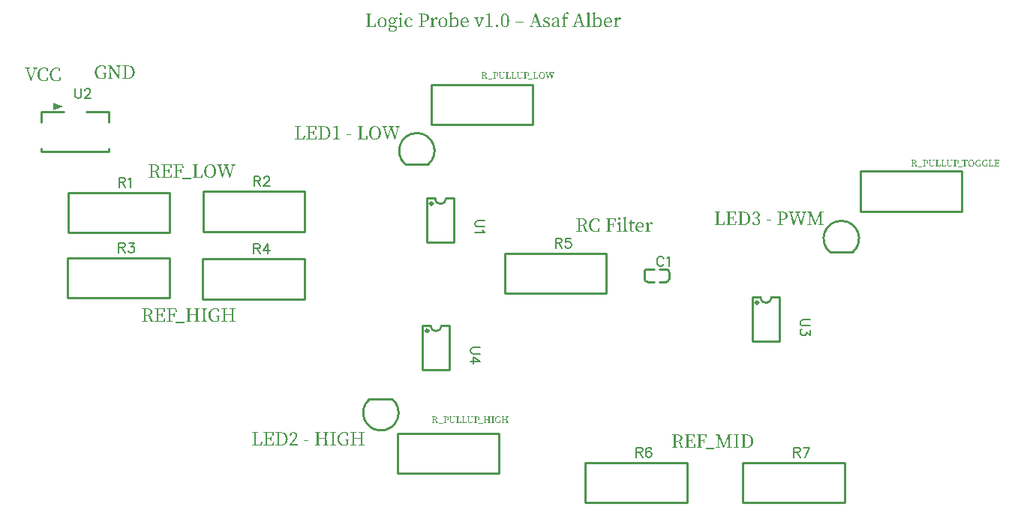
<source format=gto>
G04 Layer: TopSilkscreenLayer*
G04 EasyEDA v6.5.50, 2025-05-12 09:01:39*
G04 467dd6194114452b8036c6a5a6649833,7003e7d2a7ba44f9b311faf21ea13ffe,10*
G04 Gerber Generator version 0.2*
G04 Scale: 100 percent, Rotated: No, Reflected: No *
G04 Dimensions in millimeters *
G04 leading zeros omitted , absolute positions ,4 integer and 5 decimal *
%FSLAX45Y45*%
%MOMM*%

%ADD10C,0.1524*%
%ADD11C,0.2540*%
%ADD12C,0.3000*%
%ADD13C,0.0150*%

%LPD*%
G36*
X7350252Y13438378D02*
G01*
X7342479Y13437717D01*
X7334554Y13435431D01*
X7326731Y13431215D01*
X7319264Y13424662D01*
X7315962Y13420750D01*
X7313066Y13416483D01*
X7310628Y13411657D01*
X7308494Y13406323D01*
X7306716Y13400328D01*
X7305294Y13393572D01*
X7304125Y13386054D01*
X7303262Y13377672D01*
X7284720Y13375132D01*
X7284720Y13367257D01*
X7303262Y13367257D01*
X7303211Y13308787D01*
X7302753Y13280898D01*
X7284720Y13278357D01*
X7284720Y13271500D01*
X7342378Y13271500D01*
X7342378Y13278357D01*
X7322058Y13281151D01*
X7321550Y13318236D01*
X7321550Y13367257D01*
X7352030Y13367257D01*
X7352030Y13376910D01*
X7321296Y13376910D01*
X7321143Y13385038D01*
X7321346Y13392302D01*
X7321905Y13398754D01*
X7322769Y13404443D01*
X7323937Y13409472D01*
X7325309Y13413892D01*
X7326934Y13417753D01*
X7328662Y13421106D01*
X7330338Y13423544D01*
X7332268Y13425779D01*
X7334402Y13427760D01*
X7336790Y13429488D01*
X7346696Y13420953D01*
X7350506Y13418667D01*
X7354519Y13417245D01*
X7358888Y13416788D01*
X7363917Y13417550D01*
X7367778Y13419632D01*
X7370318Y13422680D01*
X7371334Y13426440D01*
X7368540Y13431824D01*
X7363815Y13435533D01*
X7357618Y13437666D01*
G37*
G36*
X6045200Y13436092D02*
G01*
X6011418Y13426694D01*
X6011418Y13420090D01*
X6029452Y13418312D01*
X6029401Y13309600D01*
X6029181Y13292328D01*
X6047740Y13292328D01*
X6047740Y13356082D01*
X6056223Y13362787D01*
X6063589Y13366597D01*
X6069939Y13368375D01*
X6075426Y13368782D01*
X6079591Y13368477D01*
X6083503Y13367512D01*
X6087160Y13365937D01*
X6090564Y13363752D01*
X6093663Y13360907D01*
X6096406Y13357453D01*
X6098794Y13353389D01*
X6100826Y13348665D01*
X6102451Y13343382D01*
X6103670Y13337489D01*
X6104382Y13330936D01*
X6104636Y13323824D01*
X6104331Y13316407D01*
X6103518Y13309752D01*
X6102146Y13303808D01*
X6100368Y13298627D01*
X6098133Y13294106D01*
X6095542Y13290245D01*
X6092647Y13287095D01*
X6089446Y13284504D01*
X6085992Y13282574D01*
X6082334Y13281202D01*
X6078575Y13280390D01*
X6074664Y13280136D01*
X6068110Y13280796D01*
X6061405Y13282879D01*
X6054598Y13286689D01*
X6047740Y13292328D01*
X6029181Y13292328D01*
X6028944Y13280898D01*
X6012434Y13278357D01*
X6012434Y13271500D01*
X6045454Y13269213D01*
X6047232Y13284454D01*
X6055004Y13276732D01*
X6062980Y13271906D01*
X6070955Y13269417D01*
X6078728Y13268706D01*
X6083655Y13268960D01*
X6088329Y13269772D01*
X6092850Y13271042D01*
X6097066Y13272820D01*
X6101080Y13275106D01*
X6104839Y13277799D01*
X6108293Y13280898D01*
X6111443Y13284454D01*
X6114338Y13288365D01*
X6116828Y13292683D01*
X6119012Y13297357D01*
X6120841Y13302335D01*
X6122263Y13307669D01*
X6123330Y13313308D01*
X6123990Y13319201D01*
X6124194Y13325348D01*
X6123838Y13333628D01*
X6122720Y13341299D01*
X6120942Y13348360D01*
X6118504Y13354761D01*
X6115507Y13360450D01*
X6111951Y13365530D01*
X6107887Y13369848D01*
X6103366Y13373404D01*
X6098489Y13376249D01*
X6093206Y13378281D01*
X6087618Y13379551D01*
X6081776Y13379957D01*
X6077305Y13379704D01*
X6072835Y13378992D01*
X6068415Y13377722D01*
X6064046Y13375995D01*
X6059678Y13373709D01*
X6055461Y13370864D01*
X6051296Y13367461D01*
X6047232Y13363448D01*
X6047232Y13402818D01*
X6047994Y13434568D01*
G37*
G36*
X7596124Y13436092D02*
G01*
X7561834Y13426694D01*
X7561834Y13420090D01*
X7579868Y13418312D01*
X7579817Y13308990D01*
X7579359Y13280898D01*
X7561834Y13278357D01*
X7561834Y13271500D01*
X7616444Y13271500D01*
X7616444Y13278357D01*
X7598664Y13280898D01*
X7598156Y13318236D01*
X7598156Y13402818D01*
X7599172Y13434568D01*
G37*
G36*
X7662418Y13436092D02*
G01*
X7628636Y13426694D01*
X7628636Y13420090D01*
X7646670Y13418312D01*
X7646489Y13292328D01*
X7664958Y13292328D01*
X7664958Y13356082D01*
X7673441Y13362787D01*
X7680807Y13366597D01*
X7687157Y13368375D01*
X7692644Y13368782D01*
X7696809Y13368477D01*
X7700721Y13367512D01*
X7704378Y13365937D01*
X7707782Y13363752D01*
X7710881Y13360907D01*
X7713624Y13357453D01*
X7716012Y13353389D01*
X7718044Y13348665D01*
X7719669Y13343382D01*
X7720888Y13337489D01*
X7721600Y13330936D01*
X7721853Y13323824D01*
X7721549Y13316407D01*
X7720736Y13309752D01*
X7719364Y13303808D01*
X7717586Y13298627D01*
X7715351Y13294106D01*
X7712760Y13290245D01*
X7709865Y13287095D01*
X7706664Y13284504D01*
X7703210Y13282574D01*
X7699552Y13281202D01*
X7695793Y13280390D01*
X7691881Y13280136D01*
X7685328Y13280796D01*
X7678623Y13282879D01*
X7671816Y13286689D01*
X7664958Y13292328D01*
X7646489Y13292328D01*
X7646416Y13280898D01*
X7629652Y13278357D01*
X7629652Y13271500D01*
X7662672Y13269213D01*
X7664703Y13284454D01*
X7672324Y13276732D01*
X7680248Y13271906D01*
X7688173Y13269417D01*
X7695946Y13268706D01*
X7700873Y13268960D01*
X7705547Y13269772D01*
X7710068Y13271042D01*
X7714284Y13272820D01*
X7718298Y13275106D01*
X7722057Y13277799D01*
X7725511Y13280898D01*
X7728661Y13284454D01*
X7731556Y13288365D01*
X7734046Y13292683D01*
X7736230Y13297357D01*
X7738059Y13302335D01*
X7739481Y13307669D01*
X7740548Y13313308D01*
X7741208Y13319201D01*
X7741412Y13325348D01*
X7741056Y13333628D01*
X7739938Y13341299D01*
X7738160Y13348360D01*
X7735722Y13354761D01*
X7732725Y13360450D01*
X7729169Y13365530D01*
X7725105Y13369848D01*
X7720584Y13373404D01*
X7715707Y13376249D01*
X7710424Y13378281D01*
X7704836Y13379551D01*
X7698994Y13379957D01*
X7694523Y13379704D01*
X7690053Y13378992D01*
X7685633Y13377722D01*
X7681264Y13375995D01*
X7676997Y13373709D01*
X7672781Y13370864D01*
X7668666Y13367461D01*
X7664703Y13363448D01*
X7664703Y13402818D01*
X7665212Y13434568D01*
G37*
G36*
X5470398Y13432790D02*
G01*
X5464708Y13431824D01*
X5460136Y13429081D01*
X5457037Y13424865D01*
X5455920Y13419328D01*
X5457037Y13413740D01*
X5460136Y13409269D01*
X5464708Y13406374D01*
X5470398Y13405357D01*
X5475935Y13406374D01*
X5480456Y13409320D01*
X5483504Y13413740D01*
X5484622Y13419328D01*
X5483504Y13424865D01*
X5480456Y13429081D01*
X5475935Y13431824D01*
G37*
G36*
X6645909Y13423392D02*
G01*
X6641439Y13423138D01*
X6637020Y13422376D01*
X6632702Y13421106D01*
X6628485Y13419328D01*
X6624421Y13416940D01*
X6620560Y13413943D01*
X6616903Y13410387D01*
X6613448Y13406170D01*
X6610299Y13401294D01*
X6607505Y13395756D01*
X6605016Y13389508D01*
X6602882Y13382548D01*
X6601206Y13374878D01*
X6599936Y13366445D01*
X6599174Y13357199D01*
X6598920Y13347192D01*
X6618731Y13347192D01*
X6618986Y13359739D01*
X6619748Y13370712D01*
X6620967Y13380212D01*
X6622592Y13388340D01*
X6624624Y13395198D01*
X6626961Y13400836D01*
X6629653Y13405408D01*
X6632549Y13408913D01*
X6635648Y13411504D01*
X6638950Y13413232D01*
X6642404Y13414197D01*
X6645909Y13414501D01*
X6649313Y13414197D01*
X6652615Y13413232D01*
X6655816Y13411504D01*
X6658864Y13408913D01*
X6661658Y13405408D01*
X6664248Y13400836D01*
X6666534Y13395198D01*
X6668516Y13388340D01*
X6670141Y13380212D01*
X6671309Y13370712D01*
X6672072Y13359739D01*
X6672325Y13347192D01*
X6672072Y13334187D01*
X6671309Y13322757D01*
X6670141Y13312901D01*
X6668516Y13304418D01*
X6666534Y13297255D01*
X6664248Y13291362D01*
X6661658Y13286638D01*
X6658864Y13282980D01*
X6655816Y13280237D01*
X6652615Y13278459D01*
X6649313Y13277392D01*
X6645909Y13277088D01*
X6643268Y13277240D01*
X6640677Y13277799D01*
X6638137Y13278815D01*
X6635648Y13280237D01*
X6633311Y13282168D01*
X6631076Y13284606D01*
X6628942Y13287654D01*
X6626961Y13291261D01*
X6625183Y13295579D01*
X6623558Y13300557D01*
X6622186Y13306298D01*
X6620967Y13312749D01*
X6620002Y13320064D01*
X6619341Y13328192D01*
X6618884Y13337235D01*
X6618731Y13347192D01*
X6598920Y13347192D01*
X6599174Y13336828D01*
X6599936Y13327278D01*
X6601206Y13318540D01*
X6602882Y13310616D01*
X6605016Y13303453D01*
X6607505Y13297001D01*
X6610299Y13291312D01*
X6613448Y13286333D01*
X6616903Y13282015D01*
X6620560Y13278357D01*
X6624421Y13275310D01*
X6628485Y13272871D01*
X6632702Y13270992D01*
X6637020Y13269722D01*
X6641439Y13268960D01*
X6645909Y13268706D01*
X6650278Y13268960D01*
X6654596Y13269722D01*
X6658864Y13270992D01*
X6663029Y13272871D01*
X6667042Y13275310D01*
X6670903Y13278357D01*
X6674510Y13282015D01*
X6677914Y13286333D01*
X6681012Y13291312D01*
X6683857Y13297001D01*
X6686296Y13303453D01*
X6688429Y13310616D01*
X6690106Y13318540D01*
X6691375Y13327278D01*
X6692138Y13336828D01*
X6692392Y13347192D01*
X6692138Y13357199D01*
X6691375Y13366445D01*
X6690106Y13374878D01*
X6688429Y13382548D01*
X6686296Y13389508D01*
X6683857Y13395756D01*
X6681012Y13401294D01*
X6677914Y13406170D01*
X6674510Y13410387D01*
X6670903Y13413943D01*
X6667042Y13416940D01*
X6663029Y13419328D01*
X6658864Y13421106D01*
X6654596Y13422376D01*
X6650278Y13423138D01*
G37*
G36*
X6476238Y13422630D02*
G01*
X6430518Y13410692D01*
X6430518Y13403072D01*
X6460236Y13405866D01*
X6460185Y13309549D01*
X6459728Y13282930D01*
X6428232Y13278357D01*
X6428232Y13271500D01*
X6510274Y13271500D01*
X6510274Y13278357D01*
X6479032Y13282930D01*
X6478524Y13318490D01*
X6478524Y13388340D01*
X6479286Y13420344D01*
G37*
G36*
X6986778Y13421360D02*
G01*
X6955488Y13329666D01*
X6964680Y13329666D01*
X6987540Y13398754D01*
X7010653Y13329666D01*
X6955488Y13329666D01*
X6939280Y13282168D01*
X6921246Y13279119D01*
X6921246Y13271500D01*
X6970775Y13271500D01*
X6970775Y13279119D01*
X6949186Y13282168D01*
X6961886Y13320776D01*
X7013448Y13320776D01*
X7026656Y13281913D01*
X7004558Y13279119D01*
X7004558Y13271500D01*
X7065264Y13271500D01*
X7065264Y13279119D01*
X7047738Y13281151D01*
X6999731Y13421360D01*
G37*
G36*
X7475220Y13421360D02*
G01*
X7444097Y13329666D01*
X7453375Y13329666D01*
X7475981Y13398754D01*
X7499096Y13329666D01*
X7444097Y13329666D01*
X7427975Y13282168D01*
X7409688Y13279119D01*
X7409688Y13271500D01*
X7459472Y13271500D01*
X7459472Y13279119D01*
X7437628Y13282168D01*
X7450328Y13320776D01*
X7502144Y13320776D01*
X7515098Y13281913D01*
X7493000Y13279119D01*
X7493000Y13271500D01*
X7553706Y13271500D01*
X7553706Y13279119D01*
X7536180Y13281151D01*
X7488174Y13421360D01*
G37*
G36*
X5077206Y13420344D02*
G01*
X5077206Y13412724D01*
X5098034Y13410438D01*
X5098288Y13373709D01*
X5098034Y13281406D01*
X5077206Y13279119D01*
X5077206Y13271500D01*
X5187696Y13271500D01*
X5189220Y13313410D01*
X5177536Y13313410D01*
X5170424Y13281151D01*
X5119116Y13281151D01*
X5118709Y13302742D01*
X5118608Y13366343D01*
X5118811Y13395756D01*
X5119116Y13410438D01*
X5139944Y13412724D01*
X5139944Y13420344D01*
G37*
G36*
X5673852Y13420344D02*
G01*
X5673852Y13412724D01*
X5694680Y13410438D01*
X5694934Y13340080D01*
X5715254Y13340080D01*
X5715355Y13389254D01*
X5715762Y13411707D01*
X5729986Y13411707D01*
X5736336Y13411454D01*
X5742127Y13410641D01*
X5747258Y13409371D01*
X5751830Y13407593D01*
X5755843Y13405307D01*
X5759297Y13402513D01*
X5762193Y13399312D01*
X5764530Y13395604D01*
X5766308Y13391438D01*
X5767578Y13386866D01*
X5768340Y13381837D01*
X5768594Y13376401D01*
X5768340Y13371169D01*
X5767628Y13366191D01*
X5766409Y13361619D01*
X5764682Y13357402D01*
X5762345Y13353542D01*
X5759500Y13350138D01*
X5756097Y13347192D01*
X5752033Y13344702D01*
X5747359Y13342721D01*
X5742076Y13341248D01*
X5736132Y13340384D01*
X5729478Y13340080D01*
X5694934Y13340080D01*
X5694680Y13281406D01*
X5673852Y13279119D01*
X5673852Y13271500D01*
X5736844Y13271500D01*
X5736844Y13279119D01*
X5715762Y13281660D01*
X5715355Y13300354D01*
X5715254Y13330936D01*
X5727192Y13330936D01*
X5735269Y13331190D01*
X5742686Y13331850D01*
X5749544Y13333018D01*
X5755792Y13334542D01*
X5761431Y13336473D01*
X5766511Y13338759D01*
X5771083Y13341400D01*
X5775045Y13344347D01*
X5778550Y13347547D01*
X5781497Y13351052D01*
X5783986Y13354812D01*
X5785967Y13358774D01*
X5787491Y13362940D01*
X5788558Y13367308D01*
X5789218Y13371779D01*
X5789422Y13376401D01*
X5789218Y13381228D01*
X5788558Y13385850D01*
X5787440Y13390270D01*
X5785916Y13394436D01*
X5783986Y13398296D01*
X5781598Y13401903D01*
X5778754Y13405256D01*
X5775502Y13408304D01*
X5771794Y13410996D01*
X5767628Y13413384D01*
X5763056Y13415467D01*
X5758027Y13417194D01*
X5752541Y13418566D01*
X5746648Y13419531D01*
X5740298Y13420140D01*
X5733542Y13420344D01*
G37*
G36*
X5259832Y13379957D02*
G01*
X5255006Y13379754D01*
X5250230Y13379043D01*
X5245506Y13377926D01*
X5240985Y13376351D01*
X5236565Y13374369D01*
X5232349Y13371931D01*
X5228386Y13369036D01*
X5224729Y13365683D01*
X5221325Y13361974D01*
X5218277Y13357758D01*
X5215585Y13353186D01*
X5213350Y13348157D01*
X5211521Y13342670D01*
X5210149Y13336828D01*
X5209336Y13330529D01*
X5209032Y13323824D01*
X5229352Y13323824D01*
X5229606Y13331291D01*
X5230266Y13338098D01*
X5231384Y13344347D01*
X5232958Y13349986D01*
X5234940Y13354964D01*
X5237327Y13359333D01*
X5240172Y13363041D01*
X5243372Y13366089D01*
X5246928Y13368477D01*
X5250891Y13370204D01*
X5255158Y13371220D01*
X5259832Y13371576D01*
X5264505Y13371220D01*
X5268823Y13370204D01*
X5272786Y13368477D01*
X5276392Y13366089D01*
X5279593Y13363041D01*
X5282438Y13359333D01*
X5284876Y13354964D01*
X5286908Y13349986D01*
X5288483Y13344347D01*
X5289651Y13338098D01*
X5290312Y13331291D01*
X5290566Y13323824D01*
X5290312Y13316508D01*
X5289651Y13309803D01*
X5288483Y13303656D01*
X5286908Y13298169D01*
X5284876Y13293293D01*
X5282438Y13289026D01*
X5279593Y13285419D01*
X5276392Y13282422D01*
X5272786Y13280085D01*
X5268823Y13278408D01*
X5264505Y13277443D01*
X5259832Y13277088D01*
X5255158Y13277443D01*
X5250891Y13278408D01*
X5246928Y13280085D01*
X5243372Y13282422D01*
X5240172Y13285419D01*
X5237327Y13289026D01*
X5234940Y13293293D01*
X5232958Y13298169D01*
X5231384Y13303656D01*
X5230266Y13309803D01*
X5229606Y13316508D01*
X5229352Y13323824D01*
X5209032Y13323824D01*
X5209336Y13317169D01*
X5210149Y13310971D01*
X5211470Y13305180D01*
X5213299Y13299795D01*
X5215534Y13294817D01*
X5218226Y13290296D01*
X5221224Y13286232D01*
X5224627Y13282523D01*
X5228285Y13279323D01*
X5232247Y13276478D01*
X5236464Y13274141D01*
X5240832Y13272160D01*
X5245404Y13270636D01*
X5250129Y13269569D01*
X5254955Y13268909D01*
X5259832Y13268706D01*
X5264708Y13268909D01*
X5269534Y13269569D01*
X5274259Y13270636D01*
X5278882Y13272160D01*
X5283301Y13274141D01*
X5287568Y13276478D01*
X5291582Y13279323D01*
X5295290Y13282523D01*
X5298744Y13286232D01*
X5301792Y13290296D01*
X5304485Y13294817D01*
X5306822Y13299795D01*
X5308650Y13305180D01*
X5310022Y13310971D01*
X5310835Y13317169D01*
X5311140Y13323824D01*
X5310835Y13330580D01*
X5310022Y13336879D01*
X5308600Y13342772D01*
X5306771Y13348258D01*
X5304434Y13353288D01*
X5301742Y13357860D01*
X5298643Y13362076D01*
X5295188Y13365784D01*
X5291480Y13369086D01*
X5287467Y13371982D01*
X5283200Y13374420D01*
X5278780Y13376401D01*
X5274208Y13377976D01*
X5269484Y13379043D01*
X5264658Y13379754D01*
G37*
G36*
X5374640Y13379957D02*
G01*
X5368950Y13379704D01*
X5363514Y13378891D01*
X5358485Y13377519D01*
X5353761Y13375690D01*
X5349494Y13373303D01*
X5345684Y13370458D01*
X5342331Y13367105D01*
X5339537Y13363346D01*
X5337302Y13359079D01*
X5335625Y13354354D01*
X5334609Y13349224D01*
X5334268Y13343382D01*
X5351780Y13343382D01*
X5352186Y13349528D01*
X5353354Y13355066D01*
X5355285Y13360044D01*
X5357876Y13364260D01*
X5361178Y13367664D01*
X5365089Y13370204D01*
X5369560Y13371779D01*
X5374640Y13372338D01*
X5379669Y13371779D01*
X5384139Y13370255D01*
X5387949Y13367766D01*
X5391150Y13364413D01*
X5393690Y13360298D01*
X5395518Y13355523D01*
X5396636Y13350087D01*
X5396992Y13344144D01*
X5396585Y13337895D01*
X5395417Y13332206D01*
X5393486Y13327126D01*
X5390845Y13322807D01*
X5387543Y13319251D01*
X5383580Y13316661D01*
X5379008Y13314984D01*
X5373878Y13314426D01*
X5369001Y13314934D01*
X5364632Y13316508D01*
X5360873Y13318947D01*
X5357672Y13322350D01*
X5355132Y13326516D01*
X5353304Y13331444D01*
X5352186Y13337082D01*
X5351780Y13343382D01*
X5334268Y13343382D01*
X5334558Y13338200D01*
X5335473Y13333222D01*
X5336895Y13328650D01*
X5338876Y13324484D01*
X5341315Y13320725D01*
X5344210Y13317423D01*
X5347563Y13314578D01*
X5351272Y13312140D01*
X5344160Y13304875D01*
X5339486Y13298576D01*
X5336844Y13292886D01*
X5336032Y13287501D01*
X5336997Y13281558D01*
X5339842Y13276681D01*
X5344414Y13272871D01*
X5350510Y13270230D01*
X5340604Y13264642D01*
X5333898Y13258749D01*
X5330139Y13252500D01*
X5329457Y13248640D01*
X5346192Y13248640D01*
X5346750Y13254228D01*
X5348376Y13259257D01*
X5351221Y13264083D01*
X5355336Y13268960D01*
X5366512Y13268451D01*
X5391912Y13268451D01*
X5402224Y13267080D01*
X5409031Y13263270D01*
X5412841Y13257631D01*
X5414010Y13250672D01*
X5413400Y13245896D01*
X5411571Y13241426D01*
X5408472Y13237463D01*
X5404205Y13234060D01*
X5398770Y13231215D01*
X5392166Y13229082D01*
X5384342Y13227761D01*
X5375402Y13227304D01*
X5369102Y13227608D01*
X5363464Y13228574D01*
X5358434Y13230148D01*
X5354218Y13232434D01*
X5350814Y13235432D01*
X5348274Y13239089D01*
X5346750Y13243509D01*
X5346192Y13248640D01*
X5329457Y13248640D01*
X5328920Y13245592D01*
X5329224Y13241680D01*
X5330139Y13238022D01*
X5331663Y13234568D01*
X5333796Y13231368D01*
X5336590Y13228472D01*
X5340045Y13225881D01*
X5344210Y13223595D01*
X5349036Y13221716D01*
X5354523Y13220192D01*
X5360771Y13219074D01*
X5367731Y13218413D01*
X5375402Y13218160D01*
X5384088Y13218566D01*
X5392064Y13219684D01*
X5399278Y13221462D01*
X5405780Y13223798D01*
X5411470Y13226745D01*
X5416448Y13230098D01*
X5420664Y13233857D01*
X5424119Y13237972D01*
X5426811Y13242391D01*
X5428742Y13246963D01*
X5429859Y13251688D01*
X5430266Y13256513D01*
X5429707Y13262762D01*
X5428081Y13268299D01*
X5425338Y13273125D01*
X5421477Y13277189D01*
X5416499Y13280390D01*
X5410352Y13282777D01*
X5402986Y13284200D01*
X5394452Y13284707D01*
X5364988Y13284707D01*
X5358028Y13285419D01*
X5353659Y13287451D01*
X5351424Y13290702D01*
X5350764Y13295122D01*
X5351170Y13298932D01*
X5352288Y13302437D01*
X5354218Y13305942D01*
X5356860Y13309600D01*
X5360974Y13308431D01*
X5365292Y13307517D01*
X5369814Y13307009D01*
X5374640Y13306806D01*
X5380278Y13307060D01*
X5385612Y13307923D01*
X5390642Y13309295D01*
X5395264Y13311174D01*
X5399481Y13313562D01*
X5403240Y13316457D01*
X5406542Y13319861D01*
X5409336Y13323722D01*
X5411520Y13328040D01*
X5413146Y13332815D01*
X5414162Y13337997D01*
X5414518Y13343636D01*
X5414111Y13349833D01*
X5412943Y13355472D01*
X5411063Y13360501D01*
X5408676Y13364972D01*
X5431282Y13364463D01*
X5431282Y13377672D01*
X5427980Y13379704D01*
X5402580Y13371322D01*
X5396890Y13375132D01*
X5390235Y13377824D01*
X5382768Y13379450D01*
G37*
G36*
X5564632Y13379957D02*
G01*
X5559552Y13379704D01*
X5554573Y13378992D01*
X5549747Y13377824D01*
X5545023Y13376148D01*
X5540502Y13374065D01*
X5536234Y13371525D01*
X5532170Y13368528D01*
X5528411Y13365124D01*
X5524957Y13361314D01*
X5521858Y13357098D01*
X5519166Y13352475D01*
X5516880Y13347496D01*
X5515051Y13342112D01*
X5513679Y13336371D01*
X5512866Y13330275D01*
X5512562Y13323824D01*
X5512816Y13317626D01*
X5513476Y13311733D01*
X5514594Y13306196D01*
X5516168Y13300963D01*
X5518150Y13296087D01*
X5520486Y13291515D01*
X5523230Y13287400D01*
X5526328Y13283590D01*
X5529783Y13280237D01*
X5533593Y13277240D01*
X5537708Y13274700D01*
X5542127Y13272566D01*
X5546852Y13270890D01*
X5551830Y13269671D01*
X5557113Y13268960D01*
X5562600Y13268706D01*
X5570067Y13269163D01*
X5576925Y13270534D01*
X5583123Y13272769D01*
X5588609Y13275818D01*
X5593486Y13279678D01*
X5597652Y13284352D01*
X5601157Y13289737D01*
X5604002Y13295884D01*
X5599430Y13297916D01*
X5596585Y13294156D01*
X5593384Y13290804D01*
X5589828Y13287908D01*
X5586018Y13285520D01*
X5581954Y13283641D01*
X5577636Y13282269D01*
X5573115Y13281456D01*
X5568442Y13281151D01*
X5563260Y13281507D01*
X5558282Y13282472D01*
X5553710Y13284149D01*
X5549392Y13286435D01*
X5545531Y13289330D01*
X5542026Y13292836D01*
X5538978Y13296950D01*
X5536438Y13301624D01*
X5534355Y13306856D01*
X5532882Y13312648D01*
X5531916Y13318998D01*
X5531612Y13325856D01*
X5531916Y13332815D01*
X5532729Y13339318D01*
X5534050Y13345210D01*
X5535930Y13350595D01*
X5538216Y13355370D01*
X5541010Y13359587D01*
X5544210Y13363194D01*
X5547817Y13366140D01*
X5551779Y13368528D01*
X5556046Y13370204D01*
X5560720Y13371220D01*
X5565648Y13371576D01*
X5571439Y13371017D01*
X5577840Y13369544D01*
X5581904Y13353796D01*
X5583326Y13349478D01*
X5585663Y13346226D01*
X5589168Y13344093D01*
X5593842Y13343382D01*
X5597398Y13343890D01*
X5600192Y13345464D01*
X5602224Y13348004D01*
X5603494Y13351510D01*
X5601766Y13357453D01*
X5598871Y13362940D01*
X5595010Y13367766D01*
X5590235Y13371931D01*
X5584698Y13375335D01*
X5578551Y13377824D01*
X5571794Y13379399D01*
G37*
G36*
X5869940Y13379957D02*
G01*
X5865266Y13379450D01*
X5860643Y13378027D01*
X5856122Y13375640D01*
X5851804Y13372338D01*
X5847689Y13368223D01*
X5843879Y13363244D01*
X5840425Y13357504D01*
X5837428Y13351001D01*
X5835142Y13377672D01*
X5832094Y13379704D01*
X5800852Y13367512D01*
X5800852Y13360907D01*
X5818632Y13359130D01*
X5819140Y13329919D01*
X5818632Y13280898D01*
X5802376Y13278357D01*
X5802376Y13271500D01*
X5856478Y13271500D01*
X5856478Y13278357D01*
X5837936Y13281151D01*
X5837682Y13335762D01*
X5841238Y13345058D01*
X5845505Y13352983D01*
X5850737Y13359638D01*
X5856986Y13365226D01*
X5859526Y13362686D01*
X5862777Y13360095D01*
X5866130Y13358063D01*
X5869686Y13356793D01*
X5873496Y13356336D01*
X5879185Y13357453D01*
X5883046Y13360501D01*
X5885230Y13365327D01*
X5885942Y13371576D01*
X5883351Y13375132D01*
X5879541Y13377773D01*
X5874969Y13379399D01*
G37*
G36*
X5945632Y13379957D02*
G01*
X5940806Y13379754D01*
X5936030Y13379043D01*
X5931306Y13377926D01*
X5926785Y13376351D01*
X5922365Y13374369D01*
X5918149Y13371931D01*
X5914186Y13369036D01*
X5910529Y13365683D01*
X5907125Y13361974D01*
X5904077Y13357758D01*
X5901385Y13353186D01*
X5899150Y13348157D01*
X5897321Y13342670D01*
X5895949Y13336828D01*
X5895136Y13330529D01*
X5894832Y13323824D01*
X5915152Y13323824D01*
X5915406Y13331291D01*
X5916066Y13338098D01*
X5917184Y13344347D01*
X5918758Y13349986D01*
X5920740Y13354964D01*
X5923127Y13359333D01*
X5925972Y13363041D01*
X5929172Y13366089D01*
X5932728Y13368477D01*
X5936691Y13370204D01*
X5940958Y13371220D01*
X5945632Y13371576D01*
X5950305Y13371220D01*
X5954623Y13370204D01*
X5958586Y13368477D01*
X5962192Y13366089D01*
X5965393Y13363041D01*
X5968238Y13359333D01*
X5970676Y13354964D01*
X5972708Y13349986D01*
X5974283Y13344347D01*
X5975451Y13338098D01*
X5976112Y13331291D01*
X5976366Y13323824D01*
X5976112Y13316508D01*
X5975451Y13309803D01*
X5974283Y13303656D01*
X5972708Y13298169D01*
X5970676Y13293293D01*
X5968238Y13289026D01*
X5965393Y13285419D01*
X5962192Y13282422D01*
X5958586Y13280085D01*
X5954623Y13278408D01*
X5950305Y13277443D01*
X5945632Y13277088D01*
X5940958Y13277443D01*
X5936691Y13278408D01*
X5932728Y13280085D01*
X5929172Y13282422D01*
X5925972Y13285419D01*
X5923127Y13289026D01*
X5920740Y13293293D01*
X5918758Y13298169D01*
X5917184Y13303656D01*
X5916066Y13309803D01*
X5915406Y13316508D01*
X5915152Y13323824D01*
X5894832Y13323824D01*
X5895136Y13317169D01*
X5895949Y13310971D01*
X5897270Y13305180D01*
X5899099Y13299795D01*
X5901334Y13294817D01*
X5904026Y13290296D01*
X5907024Y13286232D01*
X5910427Y13282523D01*
X5914085Y13279323D01*
X5918047Y13276478D01*
X5922264Y13274141D01*
X5926632Y13272160D01*
X5931204Y13270636D01*
X5935929Y13269569D01*
X5940755Y13268909D01*
X5945632Y13268706D01*
X5950508Y13268909D01*
X5955334Y13269569D01*
X5960059Y13270636D01*
X5964682Y13272160D01*
X5969101Y13274141D01*
X5973368Y13276478D01*
X5977382Y13279323D01*
X5981090Y13282523D01*
X5984544Y13286232D01*
X5987592Y13290296D01*
X5990285Y13294817D01*
X5992622Y13299795D01*
X5994450Y13305180D01*
X5995822Y13310971D01*
X5996635Y13317169D01*
X5996940Y13323824D01*
X5996635Y13330580D01*
X5995822Y13336879D01*
X5994400Y13342772D01*
X5992571Y13348258D01*
X5990234Y13353288D01*
X5987542Y13357860D01*
X5984443Y13362076D01*
X5980988Y13365784D01*
X5977280Y13369086D01*
X5973267Y13371982D01*
X5969000Y13374420D01*
X5964580Y13376401D01*
X5960008Y13377976D01*
X5955284Y13379043D01*
X5950458Y13379754D01*
G37*
G36*
X6195060Y13379957D02*
G01*
X6189980Y13379704D01*
X6185001Y13378942D01*
X6180175Y13377672D01*
X6175502Y13375944D01*
X6171082Y13373811D01*
X6166866Y13371169D01*
X6162903Y13368121D01*
X6159246Y13364616D01*
X6155893Y13360755D01*
X6152946Y13356488D01*
X6150305Y13351865D01*
X6148120Y13346836D01*
X6146342Y13341502D01*
X6145072Y13335812D01*
X6144787Y13333730D01*
X6163818Y13333730D01*
X6165189Y13342924D01*
X6167577Y13350798D01*
X6170777Y13357301D01*
X6174638Y13362533D01*
X6179058Y13366546D01*
X6183833Y13369391D01*
X6188913Y13371017D01*
X6194044Y13371576D01*
X6199276Y13371017D01*
X6204000Y13369442D01*
X6208217Y13367004D01*
X6211773Y13363752D01*
X6214719Y13359892D01*
X6216853Y13355523D01*
X6218224Y13350697D01*
X6218682Y13345668D01*
X6218174Y13340638D01*
X6216345Y13336676D01*
X6212687Y13334136D01*
X6206744Y13333222D01*
X6163818Y13333730D01*
X6144787Y13333730D01*
X6144260Y13329869D01*
X6144006Y13323569D01*
X6144260Y13317219D01*
X6144920Y13311225D01*
X6146088Y13305586D01*
X6147663Y13300303D01*
X6149644Y13295426D01*
X6152032Y13290905D01*
X6154775Y13286790D01*
X6157925Y13283082D01*
X6161379Y13279780D01*
X6165189Y13276884D01*
X6169355Y13274446D01*
X6173774Y13272363D01*
X6178550Y13270788D01*
X6183528Y13269620D01*
X6188811Y13268960D01*
X6194298Y13268706D01*
X6201359Y13269163D01*
X6207963Y13270484D01*
X6214008Y13272566D01*
X6219545Y13275513D01*
X6224524Y13279170D01*
X6228994Y13283488D01*
X6232855Y13288518D01*
X6236208Y13294106D01*
X6231890Y13297154D01*
X6225743Y13290600D01*
X6218732Y13285520D01*
X6210554Y13282320D01*
X6200648Y13281151D01*
X6195314Y13281456D01*
X6190335Y13282371D01*
X6185712Y13283895D01*
X6181445Y13286079D01*
X6177584Y13288822D01*
X6174130Y13292226D01*
X6171082Y13296188D01*
X6168542Y13300811D01*
X6166510Y13305993D01*
X6164986Y13311835D01*
X6163970Y13318286D01*
X6163564Y13325348D01*
X6235192Y13325094D01*
X6235852Y13327634D01*
X6236614Y13333882D01*
X6236716Y13337540D01*
X6236360Y13343890D01*
X6235293Y13349782D01*
X6233566Y13355218D01*
X6231229Y13360146D01*
X6228283Y13364616D01*
X6224828Y13368578D01*
X6220866Y13371931D01*
X6216446Y13374776D01*
X6211620Y13377011D01*
X6206439Y13378637D01*
X6200902Y13379602D01*
G37*
G36*
X7118096Y13379957D02*
G01*
X7109206Y13379297D01*
X7101433Y13377418D01*
X7094728Y13374522D01*
X7089241Y13370661D01*
X7084923Y13366038D01*
X7081774Y13360755D01*
X7079894Y13355066D01*
X7079234Y13348969D01*
X7079742Y13343534D01*
X7081164Y13338657D01*
X7083501Y13334339D01*
X7086650Y13330428D01*
X7090562Y13326973D01*
X7095185Y13323874D01*
X7100519Y13321182D01*
X7106412Y13318744D01*
X7116825Y13315442D01*
X7126173Y13311276D01*
X7132523Y13306806D01*
X7136231Y13301573D01*
X7137400Y13295122D01*
X7136993Y13291261D01*
X7135875Y13287806D01*
X7133894Y13284707D01*
X7131202Y13282117D01*
X7127646Y13279983D01*
X7123277Y13278408D01*
X7118045Y13277443D01*
X7112000Y13277088D01*
X7106869Y13277342D01*
X7102094Y13278053D01*
X7097725Y13279221D01*
X7093712Y13280898D01*
X7088631Y13301472D01*
X7078218Y13301472D01*
X7078472Y13277088D01*
X7086650Y13273430D01*
X7094677Y13270788D01*
X7102957Y13269213D01*
X7112000Y13268706D01*
X7118807Y13269010D01*
X7125055Y13269874D01*
X7130745Y13271246D01*
X7135825Y13273074D01*
X7140346Y13275411D01*
X7144258Y13278104D01*
X7147559Y13281151D01*
X7150303Y13284555D01*
X7152436Y13288213D01*
X7153960Y13292124D01*
X7154875Y13296188D01*
X7155180Y13300456D01*
X7154773Y13305536D01*
X7153503Y13310260D01*
X7151319Y13314730D01*
X7148118Y13318845D01*
X7143953Y13322655D01*
X7138670Y13326211D01*
X7132269Y13329462D01*
X7117080Y13335254D01*
X7107377Y13339318D01*
X7100925Y13343534D01*
X7097369Y13348563D01*
X7096252Y13355066D01*
X7097674Y13361669D01*
X7101840Y13366800D01*
X7108698Y13370153D01*
X7118096Y13371322D01*
X7122109Y13371068D01*
X7126071Y13370255D01*
X7130084Y13368985D01*
X7134098Y13367257D01*
X7138416Y13348207D01*
X7148322Y13348207D01*
X7149084Y13370813D01*
X7141870Y13374725D01*
X7134453Y13377570D01*
X7126630Y13379348D01*
G37*
G36*
X7219950Y13379957D02*
G01*
X7211720Y13379500D01*
X7204151Y13378078D01*
X7197344Y13375741D01*
X7191349Y13372642D01*
X7186269Y13368680D01*
X7182103Y13364006D01*
X7179005Y13358571D01*
X7177024Y13352526D01*
X7177938Y13348969D01*
X7179868Y13346328D01*
X7182866Y13344702D01*
X7186930Y13344144D01*
X7190790Y13344753D01*
X7193940Y13346633D01*
X7196378Y13349833D01*
X7198106Y13354304D01*
X7202424Y13369544D01*
X7208926Y13371017D01*
X7214870Y13371576D01*
X7220102Y13371271D01*
X7224522Y13370306D01*
X7228230Y13368578D01*
X7231176Y13365937D01*
X7233412Y13362228D01*
X7234986Y13357453D01*
X7235901Y13351357D01*
X7236206Y13343890D01*
X7236206Y13337032D01*
X7222693Y13333526D01*
X7210552Y13329666D01*
X7200646Y13325805D01*
X7192619Y13321944D01*
X7186269Y13318032D01*
X7181392Y13314019D01*
X7177938Y13309854D01*
X7175601Y13305485D01*
X7174382Y13300862D01*
X7174224Y13298932D01*
X7192772Y13298932D01*
X7192975Y13301980D01*
X7193635Y13305078D01*
X7194905Y13308228D01*
X7196988Y13311327D01*
X7199934Y13314375D01*
X7203897Y13317423D01*
X7209129Y13320420D01*
X7215631Y13323316D01*
X7224877Y13326516D01*
X7236206Y13329919D01*
X7236206Y13294613D01*
X7228078Y13288518D01*
X7221778Y13284504D01*
X7216343Y13282320D01*
X7210806Y13281660D01*
X7203592Y13282676D01*
X7197902Y13285825D01*
X7194143Y13291210D01*
X7192772Y13298932D01*
X7174224Y13298932D01*
X7173975Y13295884D01*
X7174585Y13289635D01*
X7176312Y13284149D01*
X7179005Y13279475D01*
X7182612Y13275614D01*
X7186980Y13272617D01*
X7191959Y13270433D01*
X7197496Y13269163D01*
X7203440Y13268706D01*
X7208164Y13268960D01*
X7212482Y13269823D01*
X7216546Y13271195D01*
X7220458Y13273125D01*
X7224318Y13275614D01*
X7228230Y13278662D01*
X7232345Y13282269D01*
X7236714Y13286486D01*
X7239000Y13279272D01*
X7243165Y13273735D01*
X7249058Y13270179D01*
X7256525Y13268960D01*
X7262114Y13269569D01*
X7267092Y13271550D01*
X7271562Y13275056D01*
X7275575Y13280390D01*
X7271512Y13284707D01*
X7269480Y13282320D01*
X7267448Y13280593D01*
X7265212Y13279475D01*
X7262622Y13279119D01*
X7259218Y13279882D01*
X7256627Y13282320D01*
X7255052Y13286740D01*
X7254494Y13293344D01*
X7254494Y13341857D01*
X7254240Y13348411D01*
X7253579Y13354304D01*
X7252360Y13359485D01*
X7250734Y13364057D01*
X7248601Y13367969D01*
X7245959Y13371271D01*
X7242860Y13374014D01*
X7239304Y13376249D01*
X7235190Y13377875D01*
X7230618Y13379043D01*
X7225538Y13379754D01*
G37*
G36*
X7812278Y13379957D02*
G01*
X7807198Y13379704D01*
X7802219Y13378942D01*
X7797393Y13377672D01*
X7792720Y13375944D01*
X7788300Y13373811D01*
X7784084Y13371169D01*
X7780121Y13368121D01*
X7776464Y13364616D01*
X7773111Y13360755D01*
X7770164Y13356488D01*
X7767523Y13351865D01*
X7765338Y13346836D01*
X7763560Y13341502D01*
X7762290Y13335812D01*
X7762005Y13333730D01*
X7781036Y13333730D01*
X7782458Y13342924D01*
X7784846Y13350798D01*
X7788046Y13357301D01*
X7791958Y13362533D01*
X7796377Y13366546D01*
X7801203Y13369391D01*
X7806181Y13371017D01*
X7811262Y13371576D01*
X7816494Y13371017D01*
X7821218Y13369442D01*
X7825435Y13367004D01*
X7828991Y13363752D01*
X7831937Y13359892D01*
X7834071Y13355523D01*
X7835442Y13350697D01*
X7835900Y13345668D01*
X7835392Y13340638D01*
X7833563Y13336676D01*
X7829905Y13334136D01*
X7823962Y13333222D01*
X7781036Y13333730D01*
X7762005Y13333730D01*
X7761478Y13329869D01*
X7761224Y13323569D01*
X7761478Y13317219D01*
X7762138Y13311225D01*
X7763306Y13305586D01*
X7764881Y13300303D01*
X7766862Y13295426D01*
X7769250Y13290905D01*
X7771993Y13286790D01*
X7775143Y13283082D01*
X7778597Y13279780D01*
X7782407Y13276884D01*
X7786573Y13274446D01*
X7790992Y13272363D01*
X7795768Y13270788D01*
X7800746Y13269620D01*
X7806029Y13268960D01*
X7811516Y13268706D01*
X7818678Y13269163D01*
X7825333Y13270484D01*
X7831429Y13272566D01*
X7836966Y13275513D01*
X7841996Y13279170D01*
X7846466Y13283488D01*
X7850327Y13288518D01*
X7853680Y13294106D01*
X7849108Y13297154D01*
X7842961Y13290600D01*
X7835950Y13285520D01*
X7827772Y13282320D01*
X7817866Y13281151D01*
X7812531Y13281456D01*
X7807553Y13282371D01*
X7802930Y13283895D01*
X7798663Y13286079D01*
X7794802Y13288822D01*
X7791348Y13292226D01*
X7788300Y13296188D01*
X7785760Y13300811D01*
X7783728Y13305993D01*
X7782204Y13311835D01*
X7781188Y13318286D01*
X7780781Y13325348D01*
X7852409Y13325094D01*
X7853578Y13330529D01*
X7853934Y13337540D01*
X7853578Y13343890D01*
X7852511Y13349782D01*
X7850835Y13355218D01*
X7848498Y13360146D01*
X7845602Y13364616D01*
X7842148Y13368578D01*
X7838186Y13371931D01*
X7833817Y13374776D01*
X7828991Y13377011D01*
X7823758Y13378637D01*
X7818170Y13379602D01*
G37*
G36*
X7941056Y13379957D02*
G01*
X7936382Y13379450D01*
X7931708Y13378027D01*
X7927187Y13375640D01*
X7922818Y13372338D01*
X7918653Y13368223D01*
X7914894Y13363244D01*
X7911490Y13357504D01*
X7908544Y13351001D01*
X7906258Y13377672D01*
X7903209Y13379704D01*
X7871968Y13367512D01*
X7871968Y13360907D01*
X7889494Y13359130D01*
X7890052Y13345871D01*
X7890256Y13329919D01*
X7889748Y13280898D01*
X7873492Y13278357D01*
X7873492Y13271500D01*
X7927594Y13271500D01*
X7927594Y13278357D01*
X7909052Y13281151D01*
X7908544Y13318236D01*
X7908544Y13335762D01*
X7912100Y13345058D01*
X7916367Y13352983D01*
X7921599Y13359638D01*
X7927848Y13365226D01*
X7933842Y13360095D01*
X7937144Y13358063D01*
X7940548Y13356793D01*
X7944358Y13356336D01*
X7950098Y13357453D01*
X7954060Y13360501D01*
X7956346Y13365327D01*
X7957058Y13371576D01*
X7954365Y13375132D01*
X7950606Y13377773D01*
X7946034Y13379399D01*
G37*
G36*
X5477256Y13379704D02*
G01*
X5442966Y13367766D01*
X5442966Y13361162D01*
X5461000Y13359384D01*
X5461558Y13345718D01*
X5461762Y13329919D01*
X5461254Y13280898D01*
X5444236Y13278357D01*
X5444236Y13271500D01*
X5495544Y13271500D01*
X5495544Y13278357D01*
X5480304Y13280898D01*
X5479796Y13318236D01*
X5479796Y13348207D01*
X5480304Y13377672D01*
G37*
G36*
X6298692Y13376910D02*
G01*
X6298692Y13369544D01*
X6311392Y13367766D01*
X6351270Y13269976D01*
X6360414Y13269976D01*
X6396736Y13366750D01*
X6409436Y13369544D01*
X6409436Y13376910D01*
X6368288Y13376910D01*
X6368288Y13369544D01*
X6386576Y13366750D01*
X6360922Y13292328D01*
X6332728Y13367512D01*
X6352032Y13369544D01*
X6352032Y13376910D01*
G37*
G36*
X6762496Y13333984D02*
G01*
X6762496Y13320776D01*
X6858762Y13320776D01*
X6858762Y13333984D01*
G37*
G36*
X6556248Y13298932D02*
G01*
X6550456Y13297712D01*
X6545681Y13294410D01*
X6542481Y13289483D01*
X6541262Y13283438D01*
X6542481Y13277799D01*
X6545681Y13273125D01*
X6550456Y13269925D01*
X6556248Y13268706D01*
X6562293Y13269925D01*
X6567119Y13273125D01*
X6570319Y13277799D01*
X6571488Y13283438D01*
X6570319Y13289483D01*
X6567119Y13294410D01*
X6562293Y13297712D01*
G37*
G36*
X1444498Y12814300D02*
G01*
X1438046Y12814046D01*
X1431848Y12813334D01*
X1425803Y12812166D01*
X1419961Y12810591D01*
X1414373Y12808559D01*
X1409039Y12806121D01*
X1403959Y12803276D01*
X1399184Y12800025D01*
X1394663Y12796418D01*
X1390497Y12792506D01*
X1386636Y12788188D01*
X1383080Y12783566D01*
X1379931Y12778638D01*
X1377137Y12773406D01*
X1374749Y12767919D01*
X1372717Y12762128D01*
X1371142Y12756083D01*
X1369974Y12749784D01*
X1369314Y12743281D01*
X1369060Y12736576D01*
X1369263Y12729718D01*
X1369974Y12723114D01*
X1371041Y12716713D01*
X1372565Y12710617D01*
X1374546Y12704775D01*
X1376832Y12699238D01*
X1379575Y12694005D01*
X1382674Y12689027D01*
X1386128Y12684455D01*
X1389938Y12680137D01*
X1394053Y12676225D01*
X1398524Y12672669D01*
X1403299Y12669469D01*
X1408379Y12666675D01*
X1413764Y12664236D01*
X1419402Y12662255D01*
X1425295Y12660680D01*
X1431442Y12659512D01*
X1437843Y12658852D01*
X1444498Y12658598D01*
X1450441Y12658750D01*
X1456283Y12659207D01*
X1461973Y12660020D01*
X1467561Y12661188D01*
X1473098Y12662712D01*
X1478483Y12664592D01*
X1483766Y12666878D01*
X1488948Y12669520D01*
X1489456Y12702032D01*
X1477264Y12702032D01*
X1471676Y12673838D01*
X1465326Y12671298D01*
X1458874Y12669672D01*
X1452473Y12668758D01*
X1446276Y12668504D01*
X1440383Y12668758D01*
X1434744Y12669570D01*
X1429359Y12670942D01*
X1424279Y12672872D01*
X1419504Y12675311D01*
X1415034Y12678257D01*
X1410868Y12681762D01*
X1407109Y12685776D01*
X1403705Y12690348D01*
X1400657Y12695377D01*
X1398066Y12700965D01*
X1395933Y12707061D01*
X1394206Y12713716D01*
X1392936Y12720828D01*
X1392174Y12728448D01*
X1391920Y12736576D01*
X1392224Y12744602D01*
X1393037Y12752171D01*
X1394358Y12759283D01*
X1396187Y12765836D01*
X1398524Y12771932D01*
X1401267Y12777520D01*
X1404416Y12782600D01*
X1407972Y12787172D01*
X1411833Y12791236D01*
X1416100Y12794742D01*
X1420622Y12797739D01*
X1425448Y12800228D01*
X1430528Y12802158D01*
X1435862Y12803530D01*
X1441348Y12804394D01*
X1447038Y12804648D01*
X1452626Y12804292D01*
X1458264Y12803276D01*
X1463954Y12801549D01*
X1469644Y12799060D01*
X1475232Y12770612D01*
X1487424Y12770612D01*
X1486916Y12803378D01*
X1481480Y12806273D01*
X1475994Y12808610D01*
X1470558Y12810540D01*
X1465122Y12811963D01*
X1459788Y12813030D01*
X1454556Y12813792D01*
X1449425Y12814198D01*
G37*
G36*
X1585214Y12814300D02*
G01*
X1578762Y12814046D01*
X1572564Y12813334D01*
X1566519Y12812166D01*
X1560677Y12810591D01*
X1555038Y12808559D01*
X1549704Y12806121D01*
X1544624Y12803276D01*
X1539798Y12800025D01*
X1535277Y12796418D01*
X1531061Y12792506D01*
X1527200Y12788188D01*
X1523644Y12783566D01*
X1520494Y12778638D01*
X1517650Y12773406D01*
X1515262Y12767919D01*
X1513230Y12762128D01*
X1511604Y12756083D01*
X1510487Y12749784D01*
X1509776Y12743281D01*
X1509522Y12736576D01*
X1509725Y12729718D01*
X1510436Y12723114D01*
X1511554Y12716713D01*
X1513078Y12710617D01*
X1515008Y12704775D01*
X1517396Y12699238D01*
X1520088Y12694005D01*
X1523238Y12689027D01*
X1526692Y12684455D01*
X1530502Y12680137D01*
X1534668Y12676225D01*
X1539138Y12672669D01*
X1543964Y12669469D01*
X1549044Y12666675D01*
X1554429Y12664236D01*
X1560068Y12662255D01*
X1566011Y12660680D01*
X1572158Y12659512D01*
X1578559Y12658852D01*
X1585214Y12658598D01*
X1591106Y12658750D01*
X1596898Y12659207D01*
X1602587Y12660020D01*
X1608226Y12661188D01*
X1613712Y12662712D01*
X1619148Y12664592D01*
X1624482Y12666878D01*
X1629664Y12669520D01*
X1630172Y12702032D01*
X1617980Y12702032D01*
X1612392Y12673838D01*
X1605940Y12671298D01*
X1599488Y12669672D01*
X1593088Y12668758D01*
X1586738Y12668504D01*
X1580896Y12668758D01*
X1575308Y12669570D01*
X1569974Y12670942D01*
X1564894Y12672872D01*
X1560118Y12675311D01*
X1555648Y12678257D01*
X1551533Y12681762D01*
X1547774Y12685776D01*
X1544370Y12690348D01*
X1541373Y12695377D01*
X1538782Y12700965D01*
X1536649Y12707061D01*
X1534922Y12713716D01*
X1533652Y12720828D01*
X1532890Y12728448D01*
X1532636Y12736576D01*
X1532940Y12744602D01*
X1533753Y12752171D01*
X1535074Y12759283D01*
X1536903Y12765836D01*
X1539240Y12771932D01*
X1541983Y12777520D01*
X1545082Y12782600D01*
X1548638Y12787172D01*
X1552549Y12791236D01*
X1556766Y12794742D01*
X1561287Y12797739D01*
X1566062Y12800228D01*
X1571142Y12802158D01*
X1576374Y12803530D01*
X1581861Y12804394D01*
X1587500Y12804648D01*
X1593189Y12804292D01*
X1598930Y12803276D01*
X1604670Y12801549D01*
X1610360Y12799060D01*
X1615948Y12770612D01*
X1628139Y12770612D01*
X1627632Y12803378D01*
X1622094Y12806273D01*
X1616557Y12808610D01*
X1611071Y12810540D01*
X1605635Y12811963D01*
X1600352Y12813030D01*
X1595120Y12813792D01*
X1590090Y12814198D01*
G37*
G36*
X1221994Y12810744D02*
G01*
X1221994Y12803124D01*
X1239012Y12801346D01*
X1290828Y12660376D01*
X1300226Y12660376D01*
X1346962Y12800584D01*
X1366266Y12803378D01*
X1366266Y12810744D01*
X1315212Y12810744D01*
X1315212Y12802362D01*
X1335786Y12800330D01*
X1299718Y12688570D01*
X1260602Y12800584D01*
X1282446Y12802362D01*
X1282446Y12810744D01*
G37*
G36*
X2093214Y12839700D02*
G01*
X2086610Y12839446D01*
X2080209Y12838734D01*
X2074062Y12837566D01*
X2068169Y12835940D01*
X2062480Y12833858D01*
X2057095Y12831419D01*
X2051964Y12828524D01*
X2047189Y12825272D01*
X2042668Y12821666D01*
X2038502Y12817703D01*
X2034641Y12813385D01*
X2031136Y12808762D01*
X2027986Y12803835D01*
X2025243Y12798602D01*
X2022856Y12793065D01*
X2020874Y12787325D01*
X2019300Y12781330D01*
X2018182Y12775082D01*
X2017522Y12768630D01*
X2017268Y12761976D01*
X2017471Y12755219D01*
X2018182Y12748666D01*
X2019249Y12742367D01*
X2020773Y12736322D01*
X2022754Y12730480D01*
X2025040Y12724993D01*
X2027783Y12719710D01*
X2030882Y12714782D01*
X2034286Y12710160D01*
X2038096Y12705842D01*
X2042210Y12701879D01*
X2046681Y12698272D01*
X2051456Y12695021D01*
X2056485Y12692176D01*
X2061870Y12689738D01*
X2067458Y12687706D01*
X2073351Y12686131D01*
X2079498Y12684963D01*
X2085848Y12684252D01*
X2092452Y12683998D01*
X2099157Y12684201D01*
X2105558Y12684861D01*
X2111756Y12685928D01*
X2117750Y12687452D01*
X2123643Y12689281D01*
X2129434Y12691516D01*
X2135174Y12694056D01*
X2140966Y12696952D01*
X2141118Y12728498D01*
X2141474Y12749276D01*
X2154936Y12750546D01*
X2154936Y12758166D01*
X2097024Y12758166D01*
X2097024Y12750546D01*
X2120646Y12748768D01*
X2120900Y12698222D01*
X2114854Y12696240D01*
X2108758Y12694920D01*
X2102510Y12694158D01*
X2096007Y12693904D01*
X2089759Y12694208D01*
X2083866Y12695072D01*
X2078228Y12696545D01*
X2072944Y12698526D01*
X2068017Y12701117D01*
X2063445Y12704165D01*
X2059228Y12707823D01*
X2055418Y12711938D01*
X2052015Y12716560D01*
X2049018Y12721691D01*
X2046427Y12727279D01*
X2044293Y12733324D01*
X2042617Y12739827D01*
X2041398Y12746786D01*
X2040636Y12754203D01*
X2040382Y12761976D01*
X2040636Y12769850D01*
X2041448Y12777317D01*
X2042718Y12784277D01*
X2044496Y12790830D01*
X2046732Y12796875D01*
X2049373Y12802514D01*
X2052472Y12807594D01*
X2055926Y12812217D01*
X2059787Y12816332D01*
X2064004Y12819888D01*
X2068525Y12822936D01*
X2073402Y12825476D01*
X2078532Y12827457D01*
X2083968Y12828879D01*
X2089607Y12829743D01*
X2095500Y12830048D01*
X2102154Y12829641D01*
X2108555Y12828473D01*
X2114702Y12826390D01*
X2120646Y12823444D01*
X2125980Y12795758D01*
X2138172Y12795758D01*
X2137664Y12828778D01*
X2132990Y12831368D01*
X2128164Y12833604D01*
X2123135Y12835483D01*
X2117801Y12837007D01*
X2112213Y12838176D01*
X2106269Y12839039D01*
X2099970Y12839547D01*
G37*
G36*
X2167890Y12836144D02*
G01*
X2167890Y12828524D01*
X2183892Y12826492D01*
X2185924Y12823698D01*
X2185670Y12697714D01*
X2166874Y12694920D01*
X2166874Y12687300D01*
X2219452Y12687300D01*
X2219452Y12694920D01*
X2195830Y12697968D01*
X2195322Y12810744D01*
X2286254Y12685776D01*
X2294128Y12685776D01*
X2294382Y12825984D01*
X2312924Y12828524D01*
X2312924Y12836144D01*
X2260346Y12836144D01*
X2260346Y12828524D01*
X2284222Y12825730D01*
X2284476Y12722352D01*
X2202180Y12836144D01*
G37*
G36*
X2329942Y12836144D02*
G01*
X2329942Y12828524D01*
X2350516Y12826238D01*
X2350922Y12804140D01*
X2351024Y12742722D01*
X2371344Y12742621D01*
X2371445Y12805054D01*
X2371852Y12827508D01*
X2391156Y12827508D01*
X2397252Y12827254D01*
X2403043Y12826441D01*
X2408478Y12825120D01*
X2413558Y12823240D01*
X2418283Y12820904D01*
X2422601Y12818008D01*
X2426563Y12814604D01*
X2430170Y12810693D01*
X2433320Y12806324D01*
X2436114Y12801396D01*
X2438501Y12796012D01*
X2440432Y12790119D01*
X2442006Y12783718D01*
X2443073Y12776860D01*
X2443784Y12769545D01*
X2443988Y12761722D01*
X2443784Y12754152D01*
X2443073Y12747040D01*
X2441956Y12740284D01*
X2440432Y12734036D01*
X2438450Y12728194D01*
X2436012Y12722809D01*
X2433167Y12717881D01*
X2429865Y12713411D01*
X2426208Y12709448D01*
X2422093Y12705994D01*
X2417622Y12703048D01*
X2412695Y12700609D01*
X2407412Y12698679D01*
X2401671Y12697307D01*
X2395575Y12696494D01*
X2389124Y12696190D01*
X2371852Y12696190D01*
X2371344Y12742621D01*
X2351023Y12742621D01*
X2350820Y12711938D01*
X2350516Y12697206D01*
X2329942Y12694920D01*
X2329942Y12687300D01*
X2390648Y12687300D01*
X2397201Y12687503D01*
X2403551Y12688112D01*
X2409647Y12689078D01*
X2415590Y12690449D01*
X2421229Y12692227D01*
X2426665Y12694361D01*
X2431796Y12696850D01*
X2436672Y12699746D01*
X2441194Y12702997D01*
X2445461Y12706604D01*
X2449372Y12710566D01*
X2452928Y12714884D01*
X2456129Y12719558D01*
X2458923Y12724587D01*
X2461361Y12729972D01*
X2463393Y12735661D01*
X2464968Y12741656D01*
X2466136Y12748056D01*
X2466848Y12754711D01*
X2467102Y12761722D01*
X2466898Y12768783D01*
X2466238Y12775488D01*
X2465171Y12781838D01*
X2463698Y12787884D01*
X2461869Y12793624D01*
X2459634Y12798958D01*
X2457043Y12803987D01*
X2454046Y12808661D01*
X2450744Y12812979D01*
X2447086Y12816941D01*
X2443124Y12820548D01*
X2438857Y12823748D01*
X2434285Y12826644D01*
X2429408Y12829133D01*
X2424226Y12831267D01*
X2418842Y12832994D01*
X2413152Y12834366D01*
X2407208Y12835331D01*
X2401062Y12835940D01*
X2394712Y12836144D01*
G37*
G36*
X9479534Y11188192D02*
G01*
X9472015Y11187785D01*
X9464903Y11186464D01*
X9458401Y11184280D01*
X9452508Y11181181D01*
X9447428Y11177219D01*
X9443212Y11172342D01*
X9440011Y11166500D01*
X9437878Y11159744D01*
X9439706Y11156035D01*
X9442145Y11153597D01*
X9445040Y11152276D01*
X9448292Y11151870D01*
X9452914Y11152682D01*
X9456369Y11155172D01*
X9458960Y11159388D01*
X9460992Y11165332D01*
X9464548Y11178286D01*
X9470288Y11179302D01*
X9475216Y11179556D01*
X9481413Y11179098D01*
X9486950Y11177676D01*
X9491675Y11175339D01*
X9495637Y11172139D01*
X9498787Y11168075D01*
X9501022Y11163147D01*
X9502444Y11157407D01*
X9502902Y11150854D01*
X9502343Y11143843D01*
X9500666Y11137646D01*
X9497923Y11132362D01*
X9494164Y11127943D01*
X9489490Y11124438D01*
X9483953Y11121898D01*
X9477552Y11120374D01*
X9470390Y11119866D01*
X9461754Y11119866D01*
X9461754Y11109960D01*
X9472168Y11109960D01*
X9480296Y11109350D01*
X9487306Y11107572D01*
X9493250Y11104676D01*
X9498126Y11100765D01*
X9501886Y11095888D01*
X9504578Y11090148D01*
X9506153Y11083544D01*
X9506712Y11076178D01*
X9506153Y11068964D01*
X9504476Y11062360D01*
X9501733Y11056518D01*
X9497974Y11051489D01*
X9493148Y11047425D01*
X9487408Y11044428D01*
X9480753Y11042548D01*
X9473184Y11041888D01*
X9467037Y11042294D01*
X9460484Y11043666D01*
X9456928Y11056874D01*
X9454794Y11063427D01*
X9452356Y11067948D01*
X9449155Y11070539D01*
X9444736Y11071352D01*
X9441332Y11070945D01*
X9438436Y11069726D01*
X9435896Y11067491D01*
X9433814Y11064240D01*
X9435896Y11056772D01*
X9439097Y11050422D01*
X9443262Y11045139D01*
X9448393Y11040872D01*
X9454337Y11037620D01*
X9461042Y11035284D01*
X9468459Y11033963D01*
X9476486Y11033506D01*
X9483699Y11033861D01*
X9490506Y11034928D01*
X9496806Y11036655D01*
X9502597Y11039043D01*
X9507829Y11041938D01*
X9512503Y11045444D01*
X9516567Y11049457D01*
X9519970Y11053876D01*
X9522663Y11058804D01*
X9524644Y11064087D01*
X9525863Y11069726D01*
X9526270Y11075670D01*
X9526016Y11080597D01*
X9525304Y11085220D01*
X9524085Y11089640D01*
X9522409Y11093754D01*
X9520174Y11097615D01*
X9517481Y11101171D01*
X9514230Y11104372D01*
X9510522Y11107267D01*
X9506254Y11109756D01*
X9501428Y11111941D01*
X9496094Y11113668D01*
X9490202Y11115040D01*
X9497364Y11117681D01*
X9503714Y11120983D01*
X9509099Y11124895D01*
X9513570Y11129365D01*
X9517075Y11134344D01*
X9519615Y11139779D01*
X9521190Y11145672D01*
X9521698Y11151870D01*
X9521342Y11157153D01*
X9520377Y11162131D01*
X9518751Y11166754D01*
X9516516Y11170970D01*
X9513722Y11174831D01*
X9510318Y11178235D01*
X9506407Y11181181D01*
X9501987Y11183620D01*
X9497060Y11185601D01*
X9491675Y11187023D01*
X9485782Y11187887D01*
G37*
G36*
X9014206Y11185144D02*
G01*
X9014206Y11177524D01*
X9035034Y11175238D01*
X9035288Y11138509D01*
X9035034Y11046206D01*
X9014206Y11043920D01*
X9014206Y11036300D01*
X9124696Y11036300D01*
X9126220Y11078210D01*
X9114536Y11078210D01*
X9107424Y11045952D01*
X9056116Y11045952D01*
X9055709Y11067542D01*
X9055608Y11131143D01*
X9055811Y11160556D01*
X9056116Y11175238D01*
X9076944Y11177524D01*
X9076944Y11185144D01*
G37*
G36*
X9142222Y11185144D02*
G01*
X9142222Y11177524D01*
X9163050Y11175238D01*
X9163304Y11138458D01*
X9163050Y11046206D01*
X9142222Y11043920D01*
X9142222Y11036300D01*
X9256776Y11036300D01*
X9258046Y11075924D01*
X9247124Y11075924D01*
X9241282Y11045952D01*
X9184132Y11045952D01*
X9183674Y11075974D01*
X9183624Y11107674D01*
X9217406Y11107674D01*
X9220454Y11086084D01*
X9229598Y11086084D01*
X9229598Y11138408D01*
X9220454Y11138408D01*
X9217152Y11116564D01*
X9183624Y11116564D01*
X9183725Y11153648D01*
X9184132Y11175492D01*
X9236964Y11175492D01*
X9242806Y11146028D01*
X9253728Y11146028D01*
X9252712Y11185144D01*
G37*
G36*
X9276334Y11185144D02*
G01*
X9276334Y11177524D01*
X9297162Y11175238D01*
X9297416Y11138306D01*
X9297416Y11091621D01*
X9317736Y11091621D01*
X9317837Y11154054D01*
X9318244Y11176508D01*
X9337548Y11176508D01*
X9343694Y11176254D01*
X9349536Y11175441D01*
X9354972Y11174120D01*
X9360052Y11172240D01*
X9364776Y11169904D01*
X9369094Y11167008D01*
X9373057Y11163604D01*
X9376613Y11159693D01*
X9379813Y11155324D01*
X9382556Y11150396D01*
X9384944Y11145012D01*
X9386874Y11139119D01*
X9388398Y11132718D01*
X9389516Y11125860D01*
X9390176Y11118545D01*
X9390380Y11110722D01*
X9390176Y11103152D01*
X9389516Y11096040D01*
X9388398Y11089284D01*
X9386824Y11083036D01*
X9384893Y11077194D01*
X9382455Y11071809D01*
X9379661Y11066881D01*
X9376410Y11062411D01*
X9372752Y11058448D01*
X9368688Y11054994D01*
X9364218Y11052048D01*
X9359290Y11049609D01*
X9354007Y11047679D01*
X9348317Y11046307D01*
X9342221Y11045494D01*
X9335770Y11045190D01*
X9318244Y11045190D01*
X9317736Y11091621D01*
X9297416Y11091621D01*
X9297162Y11046206D01*
X9276334Y11043920D01*
X9276334Y11036300D01*
X9337040Y11036300D01*
X9343593Y11036503D01*
X9349994Y11037112D01*
X9356140Y11038078D01*
X9362084Y11039449D01*
X9367723Y11041227D01*
X9373158Y11043361D01*
X9378289Y11045850D01*
X9383166Y11048746D01*
X9387687Y11051997D01*
X9391954Y11055604D01*
X9395815Y11059566D01*
X9399371Y11063884D01*
X9402572Y11068558D01*
X9405366Y11073587D01*
X9407804Y11078972D01*
X9409785Y11084661D01*
X9411411Y11090656D01*
X9412528Y11097056D01*
X9413240Y11103711D01*
X9413494Y11110722D01*
X9413290Y11117783D01*
X9412630Y11124488D01*
X9411563Y11130838D01*
X9410141Y11136884D01*
X9408312Y11142624D01*
X9406077Y11147958D01*
X9403486Y11152987D01*
X9400540Y11157661D01*
X9397238Y11161979D01*
X9393580Y11165941D01*
X9389618Y11169548D01*
X9385350Y11172748D01*
X9380778Y11175644D01*
X9375902Y11178133D01*
X9370720Y11180267D01*
X9365335Y11181994D01*
X9359646Y11183366D01*
X9353702Y11184331D01*
X9347504Y11184940D01*
X9341104Y11185144D01*
G37*
G36*
X9719310Y11185144D02*
G01*
X9719310Y11177524D01*
X9740138Y11175238D01*
X9740392Y11104880D01*
X9760712Y11104880D01*
X9760813Y11154054D01*
X9761220Y11176508D01*
X9775444Y11176508D01*
X9781794Y11176254D01*
X9787585Y11175441D01*
X9792716Y11174171D01*
X9797288Y11172393D01*
X9801301Y11170107D01*
X9804755Y11167313D01*
X9807651Y11164112D01*
X9809988Y11160404D01*
X9811766Y11156238D01*
X9813036Y11151666D01*
X9813798Y11146637D01*
X9814052Y11141202D01*
X9813798Y11135969D01*
X9813086Y11130991D01*
X9811867Y11126419D01*
X9810140Y11122202D01*
X9807803Y11118342D01*
X9804958Y11114938D01*
X9801555Y11111992D01*
X9797491Y11109502D01*
X9792817Y11107521D01*
X9787534Y11106048D01*
X9781590Y11105184D01*
X9774936Y11104880D01*
X9740392Y11104880D01*
X9740138Y11046206D01*
X9719310Y11043920D01*
X9719310Y11036300D01*
X9782302Y11036300D01*
X9782302Y11043920D01*
X9761220Y11046460D01*
X9760813Y11065154D01*
X9760712Y11095736D01*
X9772650Y11095736D01*
X9780778Y11095990D01*
X9788245Y11096650D01*
X9795103Y11097818D01*
X9801352Y11099342D01*
X9806990Y11101273D01*
X9812121Y11103559D01*
X9816642Y11106200D01*
X9820605Y11109147D01*
X9824110Y11112347D01*
X9827056Y11115852D01*
X9829495Y11119612D01*
X9831476Y11123574D01*
X9833000Y11127740D01*
X9834067Y11132108D01*
X9834676Y11136579D01*
X9834880Y11141202D01*
X9834676Y11146028D01*
X9834016Y11150650D01*
X9832949Y11155070D01*
X9831425Y11159236D01*
X9829495Y11163096D01*
X9827107Y11166703D01*
X9824313Y11170056D01*
X9821011Y11173104D01*
X9817354Y11175796D01*
X9813188Y11178184D01*
X9808616Y11180267D01*
X9803587Y11181994D01*
X9798100Y11183366D01*
X9792208Y11184331D01*
X9785807Y11184940D01*
X9779000Y11185144D01*
G37*
G36*
X9841484Y11185144D02*
G01*
X9841484Y11177524D01*
X9859772Y11175492D01*
X9899904Y11034776D01*
X9909048Y11034776D01*
X9945878Y11152632D01*
X9984232Y11034776D01*
X9993630Y11034776D01*
X10031476Y11174984D01*
X10050526Y11177524D01*
X10050526Y11185144D01*
X9999980Y11185144D01*
X9999980Y11177524D01*
X10020808Y11174730D01*
X9992360Y11067542D01*
X9958324Y11174984D01*
X9981184Y11177524D01*
X9981184Y11185144D01*
X9921240Y11185144D01*
X9921240Y11177524D01*
X9943592Y11174984D01*
X9909302Y11068304D01*
X9880600Y11174984D01*
X9901428Y11177524D01*
X9901428Y11185144D01*
G37*
G36*
X10059924Y11185144D02*
G01*
X10059924Y11177524D01*
X10080244Y11174984D01*
X10079990Y11046968D01*
X10059924Y11043920D01*
X10059924Y11036300D01*
X10109708Y11036300D01*
X10109708Y11043920D01*
X10090404Y11046968D01*
X10090353Y11118799D01*
X10089134Y11163808D01*
X10141204Y11036300D01*
X10150856Y11036300D01*
X10200894Y11164316D01*
X10200386Y11046206D01*
X10181082Y11043920D01*
X10181082Y11036300D01*
X10241534Y11036300D01*
X10241534Y11043920D01*
X10220960Y11046206D01*
X10220756Y11075771D01*
X10220756Y11153343D01*
X10220960Y11175238D01*
X10241788Y11177524D01*
X10241788Y11185144D01*
X10198862Y11185144D01*
X10150856Y11061700D01*
X10100564Y11185144D01*
G37*
G36*
X9596628Y11098784D02*
G01*
X9596628Y11085576D01*
X9648444Y11085576D01*
X9648444Y11098784D01*
G37*
G36*
X8531606Y8670544D02*
G01*
X8531606Y8662924D01*
X8552434Y8660638D01*
X8552688Y8599678D01*
X8573008Y8599678D01*
X8573109Y8639606D01*
X8573516Y8661908D01*
X8592820Y8661908D01*
X8600998Y8661400D01*
X8608009Y8659926D01*
X8613851Y8657437D01*
X8618626Y8654084D01*
X8622233Y8649766D01*
X8624824Y8644636D01*
X8626348Y8638692D01*
X8626856Y8631936D01*
X8626297Y8625230D01*
X8624620Y8619083D01*
X8621826Y8613597D01*
X8617915Y8608872D01*
X8612936Y8605012D01*
X8606840Y8602116D01*
X8599627Y8600287D01*
X8591296Y8599678D01*
X8552688Y8599678D01*
X8552434Y8531606D01*
X8531606Y8529320D01*
X8531606Y8521700D01*
X8594344Y8521700D01*
X8594344Y8529320D01*
X8573516Y8531860D01*
X8573058Y8560917D01*
X8573008Y8591296D01*
X8584946Y8591296D01*
X8591397Y8591092D01*
X8596833Y8590381D01*
X8601456Y8589060D01*
X8605316Y8586978D01*
X8608466Y8584031D01*
X8611108Y8580170D01*
X8613343Y8575141D01*
X8615172Y8568944D01*
X8624316Y8533638D01*
X8626957Y8527034D01*
X8631326Y8522614D01*
X8637828Y8520176D01*
X8646922Y8519414D01*
X8651849Y8519566D01*
X8656269Y8519972D01*
X8660231Y8520684D01*
X8663686Y8521700D01*
X8663686Y8529320D01*
X8646414Y8531098D01*
X8636000Y8565896D01*
X8633968Y8571941D01*
X8631682Y8577173D01*
X8629091Y8581593D01*
X8626144Y8585352D01*
X8622741Y8588400D01*
X8618880Y8590838D01*
X8614511Y8592718D01*
X8609584Y8594090D01*
X8615680Y8595410D01*
X8621217Y8597138D01*
X8626246Y8599322D01*
X8630767Y8601862D01*
X8634730Y8604758D01*
X8638184Y8607958D01*
X8641080Y8611412D01*
X8643467Y8615121D01*
X8645296Y8619032D01*
X8646617Y8623096D01*
X8647430Y8627364D01*
X8647684Y8631682D01*
X8647277Y8637625D01*
X8646058Y8643112D01*
X8644077Y8648141D01*
X8641283Y8652713D01*
X8637778Y8656777D01*
X8633561Y8660333D01*
X8628634Y8663432D01*
X8622995Y8665921D01*
X8616696Y8667953D01*
X8609787Y8669375D01*
X8602218Y8670239D01*
X8594090Y8670544D01*
G37*
G36*
X8676640Y8670544D02*
G01*
X8676640Y8662924D01*
X8697468Y8660638D01*
X8697925Y8631224D01*
X8697925Y8568334D01*
X8697468Y8531606D01*
X8676640Y8529320D01*
X8676640Y8521700D01*
X8791448Y8521700D01*
X8792464Y8561324D01*
X8781542Y8561324D01*
X8775700Y8531352D01*
X8718550Y8531352D01*
X8718296Y8593074D01*
X8751824Y8593074D01*
X8754872Y8571484D01*
X8764016Y8571484D01*
X8764016Y8623808D01*
X8754872Y8623808D01*
X8751824Y8601964D01*
X8718296Y8601964D01*
X8718550Y8660892D01*
X8771382Y8660892D01*
X8777224Y8631428D01*
X8788400Y8631428D01*
X8787130Y8670544D01*
G37*
G36*
X8810752Y8670544D02*
G01*
X8810752Y8662924D01*
X8831580Y8660638D01*
X8832037Y8631224D01*
X8832037Y8568334D01*
X8831580Y8531606D01*
X8810752Y8529320D01*
X8810752Y8521700D01*
X8873744Y8521700D01*
X8873744Y8529320D01*
X8852662Y8531860D01*
X8852408Y8593074D01*
X8887460Y8593074D01*
X8890254Y8569960D01*
X8899652Y8569960D01*
X8899652Y8623808D01*
X8890254Y8623808D01*
X8887460Y8601964D01*
X8852408Y8601964D01*
X8852662Y8660892D01*
X8905748Y8660892D01*
X8911590Y8631428D01*
X8922512Y8631428D01*
X8921496Y8670544D01*
G37*
G36*
X9025636Y8670544D02*
G01*
X9025636Y8662924D01*
X9045956Y8660384D01*
X9045702Y8532368D01*
X9025636Y8529320D01*
X9025636Y8521700D01*
X9075420Y8521700D01*
X9075420Y8529320D01*
X9056116Y8532368D01*
X9056065Y8604199D01*
X9054846Y8649208D01*
X9106916Y8521700D01*
X9116568Y8521700D01*
X9166606Y8649716D01*
X9166098Y8531606D01*
X9146794Y8529320D01*
X9146794Y8521700D01*
X9207246Y8521700D01*
X9207246Y8529320D01*
X9186672Y8531606D01*
X9186468Y8561171D01*
X9186468Y8638743D01*
X9186672Y8660638D01*
X9207500Y8662924D01*
X9207500Y8670544D01*
X9164574Y8670544D01*
X9116568Y8547100D01*
X9066276Y8670544D01*
G37*
G36*
X9227566Y8670544D02*
G01*
X9227566Y8662924D01*
X9248394Y8660638D01*
X9248648Y8623858D01*
X9248394Y8531606D01*
X9227566Y8529320D01*
X9227566Y8521700D01*
X9290304Y8521700D01*
X9290304Y8529320D01*
X9269476Y8531860D01*
X9269018Y8561171D01*
X9269018Y8623909D01*
X9269476Y8660638D01*
X9290304Y8662924D01*
X9290304Y8670544D01*
G37*
G36*
X9310116Y8670544D02*
G01*
X9310116Y8662924D01*
X9330944Y8660638D01*
X9331198Y8623706D01*
X9331198Y8577021D01*
X9351518Y8577021D01*
X9351619Y8639454D01*
X9352026Y8661908D01*
X9371330Y8661908D01*
X9377476Y8661654D01*
X9383318Y8660841D01*
X9388754Y8659520D01*
X9393834Y8657640D01*
X9398558Y8655304D01*
X9402876Y8652408D01*
X9406839Y8649004D01*
X9410395Y8645093D01*
X9413595Y8640724D01*
X9416338Y8635796D01*
X9418726Y8630412D01*
X9420656Y8624519D01*
X9422180Y8618118D01*
X9423298Y8611260D01*
X9423958Y8603945D01*
X9424162Y8596122D01*
X9423958Y8588552D01*
X9423298Y8581440D01*
X9422180Y8574684D01*
X9420606Y8568436D01*
X9418675Y8562594D01*
X9416237Y8557209D01*
X9413443Y8552281D01*
X9410192Y8547811D01*
X9406534Y8543848D01*
X9402470Y8540394D01*
X9398000Y8537448D01*
X9393072Y8535009D01*
X9387789Y8533079D01*
X9382099Y8531707D01*
X9376003Y8530894D01*
X9369552Y8530590D01*
X9352026Y8530590D01*
X9351518Y8577021D01*
X9331198Y8577021D01*
X9330944Y8531606D01*
X9310116Y8529320D01*
X9310116Y8521700D01*
X9370822Y8521700D01*
X9377375Y8521903D01*
X9383776Y8522512D01*
X9389922Y8523478D01*
X9395866Y8524849D01*
X9401505Y8526627D01*
X9406940Y8528761D01*
X9412071Y8531250D01*
X9416948Y8534146D01*
X9421469Y8537397D01*
X9425736Y8541004D01*
X9429597Y8544966D01*
X9433153Y8549284D01*
X9436354Y8553958D01*
X9439148Y8558987D01*
X9441586Y8564372D01*
X9443567Y8570061D01*
X9445193Y8576056D01*
X9446310Y8582456D01*
X9447022Y8589111D01*
X9447276Y8596122D01*
X9447072Y8603183D01*
X9446412Y8609888D01*
X9445345Y8616238D01*
X9443923Y8622284D01*
X9442094Y8628024D01*
X9439859Y8633358D01*
X9437268Y8638387D01*
X9434322Y8643061D01*
X9431020Y8647379D01*
X9427362Y8651341D01*
X9423400Y8654948D01*
X9419132Y8658148D01*
X9414560Y8661044D01*
X9409684Y8663533D01*
X9404502Y8665667D01*
X9399117Y8667394D01*
X9393428Y8668766D01*
X9387484Y8669731D01*
X9381286Y8670340D01*
X9374886Y8670544D01*
G37*
G36*
X8911844Y8520684D02*
G01*
X8911844Y8507730D01*
X9008110Y8507730D01*
X9008110Y8520684D01*
G37*
G36*
X8009890Y11124692D02*
G01*
X7975600Y11115294D01*
X7975600Y11108690D01*
X7993634Y11106912D01*
X7993380Y10969498D01*
X7975600Y10966958D01*
X7975600Y10960100D01*
X8030209Y10960100D01*
X8030209Y10966958D01*
X8012430Y10969498D01*
X8011922Y11006836D01*
X8011922Y11091418D01*
X8012938Y11123168D01*
G37*
G36*
X7936738Y11121390D02*
G01*
X7931048Y11120424D01*
X7926425Y11117681D01*
X7923377Y11113465D01*
X7922259Y11107928D01*
X7923377Y11102340D01*
X7926425Y11097869D01*
X7931048Y11094974D01*
X7936738Y11093958D01*
X7942275Y11094974D01*
X7946796Y11097920D01*
X7949844Y11102340D01*
X7950962Y11107928D01*
X7949844Y11113465D01*
X7946796Y11117681D01*
X7942275Y11120424D01*
G37*
G36*
X7669530Y11112500D02*
G01*
X7663078Y11112246D01*
X7656880Y11111534D01*
X7650835Y11110366D01*
X7644993Y11108791D01*
X7639405Y11106759D01*
X7634071Y11104321D01*
X7628991Y11101476D01*
X7624216Y11098225D01*
X7619695Y11094618D01*
X7615529Y11090706D01*
X7611668Y11086388D01*
X7608112Y11081766D01*
X7604963Y11076838D01*
X7602169Y11071606D01*
X7599781Y11066119D01*
X7597749Y11060328D01*
X7596174Y11054283D01*
X7595006Y11047984D01*
X7594346Y11041481D01*
X7594092Y11034776D01*
X7594295Y11027918D01*
X7595006Y11021314D01*
X7596073Y11014913D01*
X7597597Y11008817D01*
X7599578Y11002975D01*
X7601864Y10997438D01*
X7604607Y10992205D01*
X7607706Y10987227D01*
X7611160Y10982655D01*
X7614970Y10978337D01*
X7619085Y10974425D01*
X7623556Y10970869D01*
X7628331Y10967669D01*
X7633411Y10964875D01*
X7638796Y10962436D01*
X7644434Y10960455D01*
X7650327Y10958880D01*
X7656474Y10957712D01*
X7662875Y10957052D01*
X7669530Y10956798D01*
X7675473Y10956950D01*
X7681315Y10957407D01*
X7687005Y10958220D01*
X7692593Y10959388D01*
X7698130Y10960912D01*
X7703515Y10962792D01*
X7708798Y10965078D01*
X7713980Y10967720D01*
X7714488Y11000232D01*
X7702296Y11000232D01*
X7696708Y10972038D01*
X7690358Y10969498D01*
X7683906Y10967872D01*
X7677505Y10966958D01*
X7671308Y10966704D01*
X7665415Y10966958D01*
X7659776Y10967770D01*
X7654391Y10969142D01*
X7649311Y10971072D01*
X7644536Y10973511D01*
X7640066Y10976457D01*
X7635900Y10979962D01*
X7632141Y10983976D01*
X7628737Y10988548D01*
X7625689Y10993577D01*
X7623098Y10999165D01*
X7620965Y11005261D01*
X7619238Y11011916D01*
X7617968Y11019028D01*
X7617206Y11026648D01*
X7616952Y11034776D01*
X7617256Y11042802D01*
X7618069Y11050371D01*
X7619390Y11057483D01*
X7621219Y11064036D01*
X7623556Y11070132D01*
X7626299Y11075720D01*
X7629448Y11080800D01*
X7633004Y11085372D01*
X7636865Y11089436D01*
X7641132Y11092942D01*
X7645653Y11095939D01*
X7650480Y11098428D01*
X7655559Y11100358D01*
X7660894Y11101730D01*
X7666380Y11102594D01*
X7672070Y11102848D01*
X7677658Y11102492D01*
X7683296Y11101476D01*
X7688986Y11099749D01*
X7694675Y11097260D01*
X7700264Y11068812D01*
X7712456Y11068812D01*
X7711948Y11101578D01*
X7706512Y11104473D01*
X7701025Y11106810D01*
X7695590Y11108740D01*
X7690154Y11110163D01*
X7684820Y11111230D01*
X7679588Y11111992D01*
X7674457Y11112398D01*
G37*
G36*
X7452106Y11108944D02*
G01*
X7452106Y11101324D01*
X7472934Y11099038D01*
X7473188Y11038078D01*
X7493508Y11038078D01*
X7493609Y11078006D01*
X7494016Y11100308D01*
X7513320Y11100308D01*
X7521498Y11099800D01*
X7528509Y11098326D01*
X7534351Y11095837D01*
X7539126Y11092484D01*
X7542733Y11088166D01*
X7545324Y11083036D01*
X7546848Y11077092D01*
X7547356Y11070336D01*
X7546797Y11063630D01*
X7545120Y11057483D01*
X7542326Y11051997D01*
X7538415Y11047272D01*
X7533436Y11043412D01*
X7527340Y11040516D01*
X7520127Y11038687D01*
X7511796Y11038078D01*
X7473188Y11038078D01*
X7472934Y10970006D01*
X7452106Y10967720D01*
X7452106Y10960100D01*
X7514844Y10960100D01*
X7514844Y10967720D01*
X7494016Y10970260D01*
X7493558Y10999317D01*
X7493508Y11029696D01*
X7505446Y11029696D01*
X7511897Y11029492D01*
X7517333Y11028781D01*
X7521956Y11027460D01*
X7525816Y11025378D01*
X7528966Y11022431D01*
X7531608Y11018570D01*
X7533843Y11013541D01*
X7535672Y11007344D01*
X7544816Y10972038D01*
X7547457Y10965434D01*
X7551826Y10961014D01*
X7558328Y10958576D01*
X7567422Y10957814D01*
X7572349Y10957966D01*
X7576769Y10958372D01*
X7580731Y10959084D01*
X7584186Y10960100D01*
X7584186Y10967720D01*
X7566914Y10969498D01*
X7556500Y11004296D01*
X7554468Y11010341D01*
X7552181Y11015573D01*
X7549591Y11019993D01*
X7546644Y11023752D01*
X7543241Y11026800D01*
X7539380Y11029238D01*
X7535011Y11031118D01*
X7530084Y11032490D01*
X7536180Y11033810D01*
X7541717Y11035538D01*
X7546746Y11037722D01*
X7551267Y11040262D01*
X7555230Y11043158D01*
X7558684Y11046358D01*
X7561580Y11049812D01*
X7563967Y11053521D01*
X7565796Y11057432D01*
X7567117Y11061496D01*
X7567930Y11065764D01*
X7568184Y11070082D01*
X7567777Y11076025D01*
X7566558Y11081512D01*
X7564577Y11086541D01*
X7561783Y11091113D01*
X7558278Y11095177D01*
X7554061Y11098733D01*
X7549134Y11101832D01*
X7543495Y11104321D01*
X7537196Y11106353D01*
X7530287Y11107775D01*
X7522718Y11108639D01*
X7514590Y11108944D01*
G37*
G36*
X7785862Y11108944D02*
G01*
X7785862Y11101324D01*
X7806436Y11099038D01*
X7806893Y11069624D01*
X7806893Y11006734D01*
X7806436Y10970006D01*
X7785862Y10967720D01*
X7785862Y10960100D01*
X7848853Y10960100D01*
X7848853Y10967720D01*
X7827772Y10970260D01*
X7827365Y10992459D01*
X7827264Y11031474D01*
X7862316Y11031474D01*
X7865364Y11008360D01*
X7874508Y11008360D01*
X7874508Y11062208D01*
X7865364Y11062208D01*
X7862316Y11040364D01*
X7827264Y11040364D01*
X7827365Y11077448D01*
X7827772Y11099292D01*
X7880603Y11099292D01*
X7886700Y11069828D01*
X7897622Y11069828D01*
X7896352Y11108944D01*
G37*
G36*
X8064500Y11096244D02*
G01*
X8058403Y11066272D01*
X8038592Y11063732D01*
X8038592Y11055858D01*
X8057388Y11055858D01*
X8057388Y10983214D01*
X8057794Y10977016D01*
X8059064Y10971682D01*
X8061147Y10967212D01*
X8063941Y10963605D01*
X8067548Y10960811D01*
X8071866Y10958830D01*
X8076844Y10957712D01*
X8082534Y10957306D01*
X8090560Y10958068D01*
X8097570Y10960354D01*
X8103412Y10963960D01*
X8108188Y10968736D01*
X8103870Y10973816D01*
X8099755Y10971022D01*
X8096046Y10969040D01*
X8092440Y10967872D01*
X8088630Y10967466D01*
X8083296Y10968380D01*
X8079181Y10971326D01*
X8076590Y10976457D01*
X8075675Y10983976D01*
X8075675Y11055858D01*
X8105902Y11055858D01*
X8105902Y11065510D01*
X8075930Y11065510D01*
X8077200Y11096244D01*
G37*
G36*
X8170164Y11068558D02*
G01*
X8165084Y11068304D01*
X8160105Y11067542D01*
X8155279Y11066272D01*
X8150656Y11064544D01*
X8146237Y11062411D01*
X8142020Y11059769D01*
X8138109Y11056721D01*
X8134502Y11053216D01*
X8131149Y11049355D01*
X8128203Y11045088D01*
X8125612Y11040465D01*
X8123428Y11035436D01*
X8121700Y11030102D01*
X8120430Y11024412D01*
X8120145Y11022330D01*
X8138922Y11022330D01*
X8140344Y11031524D01*
X8142731Y11039398D01*
X8145932Y11045901D01*
X8149844Y11051133D01*
X8154263Y11055146D01*
X8159089Y11057991D01*
X8164068Y11059617D01*
X8169148Y11060176D01*
X8174380Y11059617D01*
X8179104Y11058042D01*
X8183321Y11055604D01*
X8186877Y11052352D01*
X8189823Y11048492D01*
X8191957Y11044123D01*
X8193328Y11039297D01*
X8193786Y11034268D01*
X8193278Y11029238D01*
X8191449Y11025276D01*
X8187791Y11022736D01*
X8181848Y11021822D01*
X8138922Y11022330D01*
X8120145Y11022330D01*
X8119618Y11018469D01*
X8119364Y11012170D01*
X8119618Y11005820D01*
X8120278Y10999825D01*
X8121446Y10994186D01*
X8123021Y10988903D01*
X8125002Y10984026D01*
X8127339Y10979505D01*
X8130133Y10975390D01*
X8133232Y10971682D01*
X8136686Y10968380D01*
X8140496Y10965484D01*
X8144611Y10963046D01*
X8149031Y10960963D01*
X8153755Y10959388D01*
X8158734Y10958220D01*
X8163966Y10957560D01*
X8169402Y10957306D01*
X8176564Y10957763D01*
X8183219Y10959084D01*
X8189315Y10961166D01*
X8194852Y10964113D01*
X8199881Y10967770D01*
X8204352Y10972088D01*
X8208213Y10977118D01*
X8211566Y10982706D01*
X8206994Y10985754D01*
X8200847Y10979200D01*
X8193938Y10974120D01*
X8185759Y10970920D01*
X8175752Y10969752D01*
X8170418Y10970056D01*
X8165439Y10970971D01*
X8160816Y10972495D01*
X8156549Y10974679D01*
X8152688Y10977422D01*
X8149234Y10980826D01*
X8146186Y10984788D01*
X8143646Y10989411D01*
X8141614Y10994593D01*
X8140090Y11000435D01*
X8139074Y11006886D01*
X8138668Y11013948D01*
X8210296Y11013694D01*
X8211464Y11019129D01*
X8211820Y11026140D01*
X8211464Y11032490D01*
X8210397Y11038382D01*
X8208721Y11043818D01*
X8206384Y11048746D01*
X8203488Y11053216D01*
X8200034Y11057178D01*
X8196072Y11060531D01*
X8191703Y11063376D01*
X8186877Y11065611D01*
X8181644Y11067237D01*
X8176056Y11068202D01*
G37*
G36*
X8298942Y11068558D02*
G01*
X8294268Y11068050D01*
X8289645Y11066627D01*
X8285124Y11064240D01*
X8280755Y11060938D01*
X8276691Y11056823D01*
X8272881Y11051844D01*
X8269427Y11046104D01*
X8266430Y11039602D01*
X8264144Y11066272D01*
X8261096Y11068304D01*
X8229853Y11056112D01*
X8229853Y11049508D01*
X8247380Y11047730D01*
X8247938Y11034471D01*
X8248142Y11018520D01*
X8247634Y10969498D01*
X8231378Y10966958D01*
X8231378Y10960100D01*
X8285480Y10960100D01*
X8285480Y10966958D01*
X8266938Y10969752D01*
X8266684Y11024362D01*
X8270138Y11033658D01*
X8274405Y11041583D01*
X8279688Y11048238D01*
X8285988Y11053826D01*
X8288528Y11051286D01*
X8291779Y11048695D01*
X8295081Y11046663D01*
X8298586Y11045393D01*
X8302244Y11044936D01*
X8308086Y11046053D01*
X8311997Y11049101D01*
X8314232Y11053927D01*
X8314944Y11060176D01*
X8312353Y11063732D01*
X8308543Y11066373D01*
X8303971Y11067999D01*
G37*
G36*
X7943596Y11068304D02*
G01*
X7909306Y11056366D01*
X7909306Y11049762D01*
X7927340Y11047984D01*
X7927898Y11034318D01*
X7928102Y11018520D01*
X7927594Y10969498D01*
X7910575Y10966958D01*
X7910575Y10960100D01*
X7961884Y10960100D01*
X7961884Y10966958D01*
X7946644Y10969498D01*
X7946136Y11006836D01*
X7946136Y11036808D01*
X7946644Y11066272D01*
G37*
G36*
X3318510Y11722100D02*
G01*
X3313277Y11721896D01*
X3308096Y11721236D01*
X3302965Y11720169D01*
X3297986Y11718696D01*
X3293110Y11716816D01*
X3288334Y11714530D01*
X3283762Y11711838D01*
X3279394Y11708790D01*
X3275228Y11705336D01*
X3271316Y11701526D01*
X3267659Y11697360D01*
X3264306Y11692788D01*
X3261258Y11687911D01*
X3258515Y11682679D01*
X3256127Y11677091D01*
X3254146Y11671198D01*
X3252571Y11664950D01*
X3251403Y11658396D01*
X3250692Y11651538D01*
X3250438Y11644376D01*
X3273298Y11644376D01*
X3273450Y11650878D01*
X3273958Y11657279D01*
X3274771Y11663578D01*
X3275990Y11669674D01*
X3277514Y11675567D01*
X3279343Y11681206D01*
X3281578Y11686489D01*
X3284169Y11691467D01*
X3287166Y11695988D01*
X3290468Y11700103D01*
X3294176Y11703659D01*
X3298240Y11706707D01*
X3302711Y11709146D01*
X3307587Y11710974D01*
X3312871Y11712041D01*
X3318510Y11712448D01*
X3324098Y11712041D01*
X3329228Y11710974D01*
X3334004Y11709146D01*
X3338423Y11706707D01*
X3342436Y11703659D01*
X3346094Y11700103D01*
X3349345Y11695988D01*
X3352241Y11691467D01*
X3354832Y11686489D01*
X3357016Y11681206D01*
X3358845Y11675567D01*
X3360318Y11669674D01*
X3361486Y11663578D01*
X3362299Y11657279D01*
X3362807Y11650878D01*
X3362960Y11644376D01*
X3362807Y11637772D01*
X3362299Y11631320D01*
X3361486Y11624970D01*
X3360318Y11618823D01*
X3358845Y11612880D01*
X3357016Y11607241D01*
X3354832Y11601907D01*
X3352241Y11596979D01*
X3349345Y11592458D01*
X3346094Y11588343D01*
X3342436Y11584787D01*
X3338423Y11581739D01*
X3334004Y11579352D01*
X3329228Y11577523D01*
X3324098Y11576405D01*
X3318510Y11576050D01*
X3312871Y11576405D01*
X3307587Y11577523D01*
X3302711Y11579352D01*
X3298240Y11581739D01*
X3294176Y11584787D01*
X3290468Y11588343D01*
X3287166Y11592458D01*
X3284169Y11596979D01*
X3281578Y11601907D01*
X3279343Y11607241D01*
X3277514Y11612880D01*
X3275990Y11618823D01*
X3274771Y11624970D01*
X3273958Y11631320D01*
X3273450Y11637772D01*
X3273298Y11644376D01*
X3250438Y11644376D01*
X3250692Y11636908D01*
X3251403Y11629847D01*
X3252571Y11623141D01*
X3254146Y11616740D01*
X3256127Y11610746D01*
X3258464Y11605107D01*
X3261207Y11599875D01*
X3264255Y11594998D01*
X3267608Y11590477D01*
X3271215Y11586362D01*
X3275126Y11582603D01*
X3279292Y11579199D01*
X3283661Y11576253D01*
X3288233Y11573662D01*
X3292957Y11571427D01*
X3297885Y11569649D01*
X3302914Y11568226D01*
X3308045Y11567210D01*
X3313226Y11566601D01*
X3318510Y11566398D01*
X3323691Y11566601D01*
X3328873Y11567261D01*
X3333953Y11568328D01*
X3338880Y11569801D01*
X3343757Y11571681D01*
X3348431Y11573967D01*
X3353003Y11576659D01*
X3357321Y11579707D01*
X3361436Y11583162D01*
X3365347Y11587022D01*
X3368954Y11591188D01*
X3372307Y11595760D01*
X3375355Y11600637D01*
X3378047Y11605920D01*
X3380435Y11611508D01*
X3382365Y11617452D01*
X3383991Y11623700D01*
X3385108Y11630304D01*
X3385820Y11637162D01*
X3386074Y11644376D01*
X3385820Y11651691D01*
X3385108Y11658701D01*
X3383940Y11665356D01*
X3382365Y11671655D01*
X3380384Y11677650D01*
X3377996Y11683238D01*
X3375304Y11688470D01*
X3372256Y11693347D01*
X3368903Y11697868D01*
X3365246Y11701983D01*
X3361334Y11705742D01*
X3357219Y11709146D01*
X3352850Y11712143D01*
X3348329Y11714784D01*
X3343656Y11716969D01*
X3338779Y11718798D01*
X3333851Y11720271D01*
X3328771Y11721287D01*
X3323691Y11721896D01*
G37*
G36*
X2626106Y11718544D02*
G01*
X2626106Y11710924D01*
X2646934Y11708638D01*
X2647188Y11647678D01*
X2667508Y11647678D01*
X2667609Y11687606D01*
X2668016Y11709908D01*
X2687320Y11709908D01*
X2695498Y11709400D01*
X2702509Y11707926D01*
X2708351Y11705437D01*
X2713126Y11702084D01*
X2716733Y11697766D01*
X2719324Y11692636D01*
X2720848Y11686692D01*
X2721356Y11679936D01*
X2720797Y11673230D01*
X2719120Y11667083D01*
X2716326Y11661597D01*
X2712415Y11656872D01*
X2707436Y11653012D01*
X2701340Y11650116D01*
X2694127Y11648287D01*
X2685796Y11647678D01*
X2647188Y11647678D01*
X2646934Y11579606D01*
X2626106Y11577320D01*
X2626106Y11569700D01*
X2688844Y11569700D01*
X2688844Y11577320D01*
X2668016Y11579860D01*
X2667558Y11608917D01*
X2667508Y11639296D01*
X2679446Y11639296D01*
X2685897Y11639092D01*
X2691333Y11638381D01*
X2695956Y11637060D01*
X2699816Y11634978D01*
X2702966Y11632031D01*
X2705608Y11628170D01*
X2707843Y11623141D01*
X2709672Y11616944D01*
X2718816Y11581638D01*
X2721457Y11575034D01*
X2725826Y11570614D01*
X2732328Y11568176D01*
X2741422Y11567414D01*
X2746349Y11567566D01*
X2750769Y11567972D01*
X2754731Y11568684D01*
X2758186Y11569700D01*
X2758186Y11577320D01*
X2740914Y11579098D01*
X2730500Y11613896D01*
X2728468Y11619941D01*
X2726182Y11625173D01*
X2723591Y11629593D01*
X2720644Y11633352D01*
X2717241Y11636400D01*
X2713380Y11638838D01*
X2709011Y11640718D01*
X2704084Y11642090D01*
X2710180Y11643410D01*
X2715717Y11645138D01*
X2720746Y11647322D01*
X2725267Y11649862D01*
X2729230Y11652758D01*
X2732684Y11655958D01*
X2735580Y11659412D01*
X2737967Y11663121D01*
X2739796Y11667032D01*
X2741117Y11671096D01*
X2741930Y11675364D01*
X2742184Y11679682D01*
X2741777Y11685625D01*
X2740558Y11691112D01*
X2738577Y11696141D01*
X2735783Y11700713D01*
X2732278Y11704777D01*
X2728061Y11708333D01*
X2723134Y11711432D01*
X2717495Y11713921D01*
X2711196Y11715953D01*
X2704287Y11717375D01*
X2696718Y11718239D01*
X2688590Y11718544D01*
G37*
G36*
X2771140Y11718544D02*
G01*
X2771140Y11710924D01*
X2791968Y11708638D01*
X2792425Y11679224D01*
X2792425Y11616334D01*
X2791968Y11579606D01*
X2771140Y11577320D01*
X2771140Y11569700D01*
X2885948Y11569700D01*
X2886964Y11609324D01*
X2876042Y11609324D01*
X2870200Y11579352D01*
X2813050Y11579352D01*
X2812796Y11641074D01*
X2846324Y11641074D01*
X2849372Y11619484D01*
X2858516Y11619484D01*
X2858516Y11671808D01*
X2849372Y11671808D01*
X2846324Y11649964D01*
X2812796Y11649964D01*
X2813050Y11708892D01*
X2865882Y11708892D01*
X2871724Y11679428D01*
X2882900Y11679428D01*
X2881630Y11718544D01*
G37*
G36*
X2905252Y11718544D02*
G01*
X2905252Y11710924D01*
X2926080Y11708638D01*
X2926537Y11679224D01*
X2926537Y11616334D01*
X2926080Y11579606D01*
X2905252Y11577320D01*
X2905252Y11569700D01*
X2968244Y11569700D01*
X2968244Y11577320D01*
X2947162Y11579860D01*
X2946908Y11641074D01*
X2981960Y11641074D01*
X2984754Y11617960D01*
X2994152Y11617960D01*
X2994152Y11671808D01*
X2984754Y11671808D01*
X2981960Y11649964D01*
X2946908Y11649964D01*
X2947162Y11708892D01*
X3000248Y11708892D01*
X3006090Y11679428D01*
X3017012Y11679428D01*
X3015996Y11718544D01*
G37*
G36*
X3121660Y11718544D02*
G01*
X3121660Y11710924D01*
X3142234Y11708638D01*
X3142691Y11679326D01*
X3142691Y11616385D01*
X3142234Y11579606D01*
X3121660Y11577320D01*
X3121660Y11569700D01*
X3231896Y11569700D01*
X3233420Y11611610D01*
X3221990Y11611610D01*
X3214624Y11579352D01*
X3163316Y11579352D01*
X3163112Y11608003D01*
X3163112Y11686641D01*
X3163316Y11708638D01*
X3184398Y11710924D01*
X3184398Y11718544D01*
G37*
G36*
X3393694Y11718544D02*
G01*
X3393694Y11710924D01*
X3411982Y11708892D01*
X3452114Y11568176D01*
X3461258Y11568176D01*
X3498087Y11686032D01*
X3536442Y11568176D01*
X3545840Y11568176D01*
X3583686Y11708384D01*
X3602736Y11710924D01*
X3602736Y11718544D01*
X3552190Y11718544D01*
X3552190Y11710924D01*
X3573018Y11708130D01*
X3544315Y11600942D01*
X3510534Y11708384D01*
X3533140Y11710924D01*
X3533140Y11718544D01*
X3473450Y11718544D01*
X3473450Y11710924D01*
X3495801Y11708384D01*
X3461512Y11601704D01*
X3432556Y11708384D01*
X3453637Y11710924D01*
X3453637Y11718544D01*
G37*
G36*
X3006344Y11568684D02*
G01*
X3006344Y11555730D01*
X3102610Y11555730D01*
X3102610Y11568684D01*
G37*
G36*
X3374644Y10096500D02*
G01*
X3368040Y10096246D01*
X3361639Y10095534D01*
X3355492Y10094366D01*
X3349599Y10092740D01*
X3343960Y10090658D01*
X3338576Y10088219D01*
X3333496Y10085324D01*
X3328670Y10082072D01*
X3324199Y10078466D01*
X3320034Y10074503D01*
X3316224Y10070185D01*
X3312718Y10065562D01*
X3309620Y10060635D01*
X3306876Y10055402D01*
X3304489Y10049865D01*
X3302508Y10044125D01*
X3300984Y10038130D01*
X3299866Y10031882D01*
X3299206Y10025430D01*
X3298951Y10018776D01*
X3299155Y10012019D01*
X3299866Y10005466D01*
X3300933Y9999167D01*
X3302457Y9993122D01*
X3304438Y9987280D01*
X3306724Y9981793D01*
X3309467Y9976510D01*
X3312566Y9971582D01*
X3315970Y9966960D01*
X3319779Y9962642D01*
X3323894Y9958679D01*
X3328365Y9955072D01*
X3333140Y9951821D01*
X3338169Y9948976D01*
X3343554Y9946538D01*
X3349142Y9944506D01*
X3355035Y9942931D01*
X3361182Y9941763D01*
X3367532Y9941052D01*
X3374136Y9940798D01*
X3380740Y9941001D01*
X3387140Y9941661D01*
X3393287Y9942728D01*
X3399332Y9944252D01*
X3405174Y9946081D01*
X3410965Y9948316D01*
X3416706Y9950856D01*
X3422396Y9953752D01*
X3422599Y9985298D01*
X3423158Y10006076D01*
X3436620Y10007346D01*
X3436620Y10014966D01*
X3378708Y10014966D01*
X3378708Y10007346D01*
X3402076Y10005568D01*
X3402482Y9979456D01*
X3402584Y9955022D01*
X3396386Y9953040D01*
X3390341Y9951720D01*
X3384143Y9950958D01*
X3377692Y9950704D01*
X3371392Y9951008D01*
X3365449Y9951872D01*
X3359810Y9953345D01*
X3354476Y9955326D01*
X3349548Y9957917D01*
X3344926Y9960965D01*
X3340709Y9964623D01*
X3336899Y9968738D01*
X3333445Y9973360D01*
X3330448Y9978491D01*
X3327857Y9984079D01*
X3325723Y9990124D01*
X3324047Y9996627D01*
X3322828Y10003586D01*
X3322065Y10011003D01*
X3321812Y10018776D01*
X3322065Y10026650D01*
X3322878Y10034117D01*
X3324199Y10041077D01*
X3325977Y10047630D01*
X3328212Y10053675D01*
X3330905Y10059314D01*
X3333953Y10064394D01*
X3337458Y10069017D01*
X3341319Y10073132D01*
X3345535Y10076688D01*
X3350056Y10079736D01*
X3354933Y10082276D01*
X3360064Y10084257D01*
X3365449Y10085679D01*
X3371087Y10086543D01*
X3376929Y10086848D01*
X3383737Y10086441D01*
X3390188Y10085273D01*
X3396234Y10083190D01*
X3402076Y10080244D01*
X3407664Y10052558D01*
X3419601Y10052558D01*
X3419348Y10085578D01*
X3414674Y10088168D01*
X3409848Y10090404D01*
X3404819Y10092283D01*
X3399485Y10093807D01*
X3393846Y10094976D01*
X3387851Y10095839D01*
X3381451Y10096347D01*
G37*
G36*
X2549906Y10092944D02*
G01*
X2549906Y10085324D01*
X2570734Y10083038D01*
X2570988Y10022078D01*
X2591308Y10022078D01*
X2591409Y10062006D01*
X2591816Y10084308D01*
X2611120Y10084308D01*
X2619298Y10083800D01*
X2626309Y10082326D01*
X2632151Y10079837D01*
X2636926Y10076484D01*
X2640533Y10072166D01*
X2643124Y10067036D01*
X2644648Y10061092D01*
X2645156Y10054336D01*
X2644597Y10047630D01*
X2642920Y10041483D01*
X2640126Y10035997D01*
X2636215Y10031272D01*
X2631236Y10027412D01*
X2625140Y10024516D01*
X2617927Y10022687D01*
X2609596Y10022078D01*
X2570988Y10022078D01*
X2570734Y9954006D01*
X2549906Y9951720D01*
X2549906Y9944100D01*
X2612644Y9944100D01*
X2612644Y9951720D01*
X2591816Y9954260D01*
X2591358Y9983317D01*
X2591308Y10013696D01*
X2603246Y10013696D01*
X2609697Y10013492D01*
X2615133Y10012781D01*
X2619756Y10011460D01*
X2623616Y10009378D01*
X2626766Y10006431D01*
X2629408Y10002570D01*
X2631643Y9997541D01*
X2633472Y9991344D01*
X2642616Y9956038D01*
X2645257Y9949434D01*
X2649626Y9945014D01*
X2656128Y9942576D01*
X2665222Y9941814D01*
X2670149Y9941966D01*
X2674569Y9942372D01*
X2678531Y9943084D01*
X2681986Y9944100D01*
X2681986Y9951720D01*
X2664714Y9953498D01*
X2654300Y9988296D01*
X2652268Y9994341D01*
X2649982Y9999573D01*
X2647391Y10003993D01*
X2644444Y10007752D01*
X2641041Y10010800D01*
X2637180Y10013238D01*
X2632811Y10015118D01*
X2627884Y10016490D01*
X2633980Y10017810D01*
X2639517Y10019538D01*
X2644546Y10021722D01*
X2649067Y10024262D01*
X2653030Y10027158D01*
X2656484Y10030358D01*
X2659380Y10033812D01*
X2661767Y10037521D01*
X2663596Y10041432D01*
X2664917Y10045496D01*
X2665730Y10049764D01*
X2665984Y10054082D01*
X2665577Y10060025D01*
X2664358Y10065512D01*
X2662377Y10070541D01*
X2659583Y10075113D01*
X2656078Y10079177D01*
X2651861Y10082733D01*
X2646934Y10085832D01*
X2641295Y10088321D01*
X2634996Y10090353D01*
X2628087Y10091775D01*
X2620518Y10092639D01*
X2612390Y10092944D01*
G37*
G36*
X2694940Y10092944D02*
G01*
X2694940Y10085324D01*
X2715768Y10083038D01*
X2716225Y10053624D01*
X2716225Y9990734D01*
X2715768Y9954006D01*
X2694940Y9951720D01*
X2694940Y9944100D01*
X2809748Y9944100D01*
X2810764Y9983724D01*
X2799842Y9983724D01*
X2794000Y9953752D01*
X2736850Y9953752D01*
X2736596Y10015474D01*
X2770124Y10015474D01*
X2773172Y9993884D01*
X2782316Y9993884D01*
X2782316Y10046208D01*
X2773172Y10046208D01*
X2770124Y10024364D01*
X2736596Y10024364D01*
X2736850Y10083292D01*
X2789682Y10083292D01*
X2795524Y10053828D01*
X2806700Y10053828D01*
X2805430Y10092944D01*
G37*
G36*
X2829052Y10092944D02*
G01*
X2829052Y10085324D01*
X2849880Y10083038D01*
X2850337Y10053624D01*
X2850337Y9990734D01*
X2849880Y9954006D01*
X2829052Y9951720D01*
X2829052Y9944100D01*
X2892044Y9944100D01*
X2892044Y9951720D01*
X2870962Y9954260D01*
X2870708Y10015474D01*
X2905760Y10015474D01*
X2908554Y9992360D01*
X2917952Y9992360D01*
X2917952Y10046208D01*
X2908554Y10046208D01*
X2905760Y10024364D01*
X2870708Y10024364D01*
X2870962Y10083292D01*
X2924048Y10083292D01*
X2929890Y10053828D01*
X2940812Y10053828D01*
X2939796Y10092944D01*
G37*
G36*
X3045460Y10092944D02*
G01*
X3045460Y10085324D01*
X3066034Y10083038D01*
X3066491Y10053624D01*
X3066491Y9990734D01*
X3066034Y9954006D01*
X3045460Y9951720D01*
X3045460Y9944100D01*
X3107690Y9944100D01*
X3107690Y9951720D01*
X3087116Y9954006D01*
X3086862Y10015982D01*
X3159252Y10015982D01*
X3158998Y9954006D01*
X3138424Y9951720D01*
X3138424Y9944100D01*
X3200908Y9944100D01*
X3200908Y9951720D01*
X3180080Y9954006D01*
X3179673Y9976205D01*
X3179572Y10038842D01*
X3179775Y10068458D01*
X3180080Y10083038D01*
X3200908Y10085324D01*
X3200908Y10092944D01*
X3138424Y10092944D01*
X3138424Y10085324D01*
X3158998Y10083038D01*
X3159252Y10024872D01*
X3086862Y10024872D01*
X3087116Y10083038D01*
X3107690Y10085324D01*
X3107690Y10092944D01*
G37*
G36*
X3220720Y10092944D02*
G01*
X3220720Y10085324D01*
X3241548Y10083038D01*
X3241802Y10046258D01*
X3241548Y9954006D01*
X3220720Y9951720D01*
X3220720Y9944100D01*
X3283204Y9944100D01*
X3283204Y9951720D01*
X3262629Y9954260D01*
X3262172Y9983571D01*
X3262172Y10046309D01*
X3262629Y10083038D01*
X3283204Y10085324D01*
X3283204Y10092944D01*
G37*
G36*
X3448050Y10092944D02*
G01*
X3448050Y10085324D01*
X3468878Y10083038D01*
X3469132Y10046258D01*
X3468878Y9954006D01*
X3448050Y9951720D01*
X3448050Y9944100D01*
X3510534Y9944100D01*
X3510534Y9951720D01*
X3489960Y9954006D01*
X3489502Y9983774D01*
X3489451Y10015982D01*
X3562096Y10015982D01*
X3561994Y9975900D01*
X3561587Y9954006D01*
X3541268Y9951720D01*
X3541268Y9944100D01*
X3603498Y9944100D01*
X3603498Y9951720D01*
X3582924Y9954006D01*
X3582517Y9976205D01*
X3582415Y10038842D01*
X3582619Y10068458D01*
X3582924Y10083038D01*
X3603498Y10085324D01*
X3603498Y10092944D01*
X3541268Y10092944D01*
X3541268Y10085324D01*
X3561587Y10083038D01*
X3561994Y10061244D01*
X3562096Y10024872D01*
X3489451Y10024872D01*
X3489553Y10061397D01*
X3489960Y10083038D01*
X3510534Y10085324D01*
X3510534Y10092944D01*
G37*
G36*
X2930144Y9943084D02*
G01*
X2930144Y9930130D01*
X3026410Y9930130D01*
X3026410Y9943084D01*
G37*
G36*
X4829048Y8699500D02*
G01*
X4822444Y8699246D01*
X4816043Y8698534D01*
X4809896Y8697366D01*
X4804003Y8695740D01*
X4798364Y8693658D01*
X4792980Y8691219D01*
X4787900Y8688324D01*
X4783074Y8685072D01*
X4778603Y8681466D01*
X4774438Y8677503D01*
X4770628Y8673185D01*
X4767122Y8668562D01*
X4764024Y8663635D01*
X4761280Y8658402D01*
X4758893Y8652865D01*
X4756912Y8647125D01*
X4755388Y8641130D01*
X4754270Y8634882D01*
X4753610Y8628430D01*
X4753356Y8621776D01*
X4753559Y8615019D01*
X4754270Y8608466D01*
X4755337Y8602167D01*
X4756861Y8596122D01*
X4758791Y8590280D01*
X4761128Y8584793D01*
X4763871Y8579510D01*
X4766970Y8574582D01*
X4770374Y8569960D01*
X4774184Y8565642D01*
X4778298Y8561679D01*
X4782769Y8558072D01*
X4787544Y8554821D01*
X4792573Y8551976D01*
X4797958Y8549538D01*
X4803546Y8547506D01*
X4809439Y8545931D01*
X4815586Y8544763D01*
X4821936Y8544052D01*
X4828540Y8543798D01*
X4835144Y8544001D01*
X4841494Y8544661D01*
X4847640Y8545728D01*
X4853635Y8547252D01*
X4859477Y8549081D01*
X4865268Y8551316D01*
X4871008Y8553856D01*
X4876800Y8556752D01*
X4876952Y8588298D01*
X4877308Y8609076D01*
X4890770Y8610346D01*
X4890770Y8617966D01*
X4832858Y8617966D01*
X4832858Y8610346D01*
X4856480Y8608568D01*
X4856886Y8582456D01*
X4856988Y8558022D01*
X4850790Y8556040D01*
X4844592Y8554720D01*
X4838344Y8553958D01*
X4831842Y8553704D01*
X4825593Y8554008D01*
X4819700Y8554872D01*
X4814062Y8556345D01*
X4808778Y8558326D01*
X4803851Y8560917D01*
X4799279Y8563965D01*
X4795062Y8567623D01*
X4791252Y8571738D01*
X4787849Y8576360D01*
X4784852Y8581491D01*
X4782261Y8587079D01*
X4780127Y8593124D01*
X4778451Y8599627D01*
X4777232Y8606586D01*
X4776470Y8614003D01*
X4776216Y8621776D01*
X4776470Y8629650D01*
X4777282Y8637117D01*
X4778552Y8644077D01*
X4780330Y8650630D01*
X4782566Y8656675D01*
X4785207Y8662314D01*
X4788306Y8667394D01*
X4791760Y8672017D01*
X4795621Y8676132D01*
X4799838Y8679688D01*
X4804359Y8682736D01*
X4809236Y8685276D01*
X4814366Y8687257D01*
X4819802Y8688679D01*
X4825441Y8689543D01*
X4831334Y8689848D01*
X4838141Y8689441D01*
X4844592Y8688273D01*
X4850638Y8686190D01*
X4856480Y8683244D01*
X4862068Y8655558D01*
X4874006Y8655558D01*
X4873498Y8688578D01*
X4868875Y8691168D01*
X4864049Y8693404D01*
X4859020Y8695283D01*
X4853736Y8696807D01*
X4848148Y8697976D01*
X4842205Y8698839D01*
X4835855Y8699347D01*
G37*
G36*
X4259072Y8698992D02*
G01*
X4253585Y8698738D01*
X4248302Y8698077D01*
X4243171Y8696909D01*
X4238345Y8695283D01*
X4233773Y8693150D01*
X4229557Y8690610D01*
X4225747Y8687562D01*
X4222394Y8684107D01*
X4219549Y8680145D01*
X4217212Y8675725D01*
X4215485Y8670798D01*
X4214368Y8665464D01*
X4216349Y8662670D01*
X4218838Y8660536D01*
X4221784Y8659114D01*
X4225036Y8658606D01*
X4229049Y8659368D01*
X4232351Y8661755D01*
X4235094Y8666124D01*
X4237228Y8672576D01*
X4241800Y8688832D01*
X4248251Y8690000D01*
X4253738Y8690356D01*
X4259732Y8689797D01*
X4265066Y8688070D01*
X4269689Y8685326D01*
X4273600Y8681618D01*
X4276750Y8677046D01*
X4279036Y8671610D01*
X4280458Y8665464D01*
X4280916Y8658606D01*
X4280712Y8654186D01*
X4280052Y8649716D01*
X4278985Y8645296D01*
X4277461Y8640775D01*
X4275531Y8636152D01*
X4273143Y8631478D01*
X4270298Y8626602D01*
X4266996Y8621572D01*
X4259021Y8610904D01*
X4249166Y8599170D01*
X4215384Y8560816D01*
X4215384Y8547100D01*
X4306824Y8547100D01*
X4306824Y8564372D01*
X4229608Y8564372D01*
X4255770Y8591296D01*
X4270654Y8607094D01*
X4282135Y8620201D01*
X4286758Y8625941D01*
X4290618Y8631275D01*
X4293768Y8636304D01*
X4296257Y8641080D01*
X4298188Y8645702D01*
X4299458Y8650274D01*
X4300220Y8654897D01*
X4300474Y8659622D01*
X4300220Y8665260D01*
X4299407Y8670544D01*
X4298035Y8675522D01*
X4296105Y8680094D01*
X4293616Y8684260D01*
X4290517Y8687968D01*
X4286859Y8691219D01*
X4282541Y8693912D01*
X4277664Y8696096D01*
X4272127Y8697671D01*
X4265930Y8698636D01*
G37*
G36*
X3794506Y8695944D02*
G01*
X3794506Y8688324D01*
X3815334Y8686038D01*
X3815587Y8649309D01*
X3815334Y8557006D01*
X3794506Y8554720D01*
X3794506Y8547100D01*
X3904996Y8547100D01*
X3906520Y8589010D01*
X3894836Y8589010D01*
X3887724Y8556752D01*
X3836415Y8556752D01*
X3836009Y8578342D01*
X3835908Y8641943D01*
X3836111Y8671356D01*
X3836415Y8686038D01*
X3857244Y8688324D01*
X3857244Y8695944D01*
G37*
G36*
X3922522Y8695944D02*
G01*
X3922522Y8688324D01*
X3943350Y8686038D01*
X3943604Y8649258D01*
X3943350Y8557006D01*
X3922522Y8554720D01*
X3922522Y8547100D01*
X4037076Y8547100D01*
X4038346Y8586724D01*
X4027424Y8586724D01*
X4021582Y8556752D01*
X3964432Y8556752D01*
X3963974Y8586774D01*
X3963924Y8618474D01*
X3997706Y8618474D01*
X4000754Y8596884D01*
X4009898Y8596884D01*
X4009898Y8649208D01*
X4000754Y8649208D01*
X3997451Y8627364D01*
X3963924Y8627364D01*
X3964025Y8664448D01*
X3964432Y8686292D01*
X4017264Y8686292D01*
X4023106Y8656828D01*
X4034028Y8656828D01*
X4033012Y8695944D01*
G37*
G36*
X4056634Y8695944D02*
G01*
X4056634Y8688324D01*
X4077462Y8686038D01*
X4077715Y8649106D01*
X4077715Y8602421D01*
X4098036Y8602421D01*
X4098137Y8664854D01*
X4098544Y8687308D01*
X4117848Y8687308D01*
X4123994Y8687054D01*
X4129836Y8686241D01*
X4135272Y8684920D01*
X4140352Y8683040D01*
X4145076Y8680704D01*
X4149394Y8677808D01*
X4153357Y8674404D01*
X4156913Y8670493D01*
X4160113Y8666124D01*
X4162856Y8661196D01*
X4165244Y8655812D01*
X4167174Y8649919D01*
X4168698Y8643518D01*
X4169816Y8636660D01*
X4170476Y8629345D01*
X4170679Y8621522D01*
X4170476Y8613952D01*
X4169816Y8606840D01*
X4168698Y8600084D01*
X4167124Y8593836D01*
X4165193Y8587994D01*
X4162755Y8582609D01*
X4159961Y8577681D01*
X4156710Y8573211D01*
X4153052Y8569248D01*
X4148988Y8565794D01*
X4144518Y8562848D01*
X4139590Y8560409D01*
X4134307Y8558479D01*
X4128617Y8557107D01*
X4122521Y8556294D01*
X4116070Y8555990D01*
X4098544Y8555990D01*
X4098036Y8602421D01*
X4077715Y8602421D01*
X4077462Y8557006D01*
X4056634Y8554720D01*
X4056634Y8547100D01*
X4117340Y8547100D01*
X4123893Y8547303D01*
X4130294Y8547912D01*
X4136440Y8548878D01*
X4142384Y8550249D01*
X4148023Y8552027D01*
X4153458Y8554161D01*
X4158589Y8556650D01*
X4163466Y8559546D01*
X4167987Y8562797D01*
X4172254Y8566404D01*
X4176115Y8570366D01*
X4179671Y8574684D01*
X4182872Y8579358D01*
X4185665Y8584387D01*
X4188104Y8589772D01*
X4190085Y8595461D01*
X4191711Y8601456D01*
X4192828Y8607856D01*
X4193540Y8614511D01*
X4193794Y8621522D01*
X4193590Y8628583D01*
X4192930Y8635288D01*
X4191863Y8641638D01*
X4190441Y8647684D01*
X4188612Y8653424D01*
X4186377Y8658758D01*
X4183786Y8663787D01*
X4180840Y8668461D01*
X4177537Y8672779D01*
X4173880Y8676741D01*
X4169918Y8680348D01*
X4165650Y8683548D01*
X4161078Y8686444D01*
X4156201Y8688933D01*
X4151020Y8691067D01*
X4145635Y8692794D01*
X4139946Y8694166D01*
X4134002Y8695131D01*
X4127804Y8695740D01*
X4121404Y8695944D01*
G37*
G36*
X4499610Y8695944D02*
G01*
X4499610Y8688324D01*
X4520438Y8686038D01*
X4520692Y8649258D01*
X4520438Y8557006D01*
X4499610Y8554720D01*
X4499610Y8547100D01*
X4562094Y8547100D01*
X4562094Y8554720D01*
X4541520Y8557006D01*
X4541062Y8586774D01*
X4541012Y8618982D01*
X4613656Y8618982D01*
X4613554Y8578900D01*
X4613148Y8557006D01*
X4592828Y8554720D01*
X4592828Y8547100D01*
X4655058Y8547100D01*
X4655058Y8554720D01*
X4634484Y8557006D01*
X4634077Y8579205D01*
X4633976Y8641842D01*
X4634179Y8671458D01*
X4634484Y8686038D01*
X4655058Y8688324D01*
X4655058Y8695944D01*
X4592828Y8695944D01*
X4592828Y8688324D01*
X4613148Y8686038D01*
X4613554Y8664244D01*
X4613656Y8627872D01*
X4541012Y8627872D01*
X4541113Y8664397D01*
X4541520Y8686038D01*
X4562094Y8688324D01*
X4562094Y8695944D01*
G37*
G36*
X4675124Y8695944D02*
G01*
X4675124Y8688324D01*
X4695698Y8686038D01*
X4696155Y8656624D01*
X4696155Y8593734D01*
X4695698Y8557006D01*
X4675124Y8554720D01*
X4675124Y8547100D01*
X4737608Y8547100D01*
X4737608Y8554720D01*
X4716780Y8557260D01*
X4716576Y8586571D01*
X4716576Y8664143D01*
X4716780Y8686038D01*
X4737608Y8688324D01*
X4737608Y8695944D01*
G37*
G36*
X4902454Y8695944D02*
G01*
X4902454Y8688324D01*
X4923028Y8686038D01*
X4923485Y8656624D01*
X4923485Y8593734D01*
X4923028Y8557006D01*
X4902454Y8554720D01*
X4902454Y8547100D01*
X4964684Y8547100D01*
X4964684Y8554720D01*
X4944364Y8557006D01*
X4943906Y8586774D01*
X4943856Y8618982D01*
X5016500Y8618982D01*
X5016398Y8578900D01*
X5015992Y8557006D01*
X4995418Y8554720D01*
X4995418Y8547100D01*
X5057902Y8547100D01*
X5057902Y8554720D01*
X5037074Y8557006D01*
X5036870Y8586571D01*
X5036870Y8664143D01*
X5037074Y8686038D01*
X5057902Y8688324D01*
X5057902Y8695944D01*
X4995418Y8695944D01*
X4995418Y8688324D01*
X5015992Y8686038D01*
X5016398Y8664244D01*
X5016500Y8627872D01*
X4943856Y8627872D01*
X4943957Y8664397D01*
X4944364Y8686038D01*
X4964684Y8688324D01*
X4964684Y8695944D01*
G37*
G36*
X4376928Y8609584D02*
G01*
X4376928Y8596376D01*
X4428744Y8596376D01*
X4428744Y8609584D01*
G37*
G36*
X5179060Y12153900D02*
G01*
X5173878Y12153696D01*
X5168696Y12153036D01*
X5163616Y12151969D01*
X5158638Y12150496D01*
X5153761Y12148616D01*
X5148986Y12146330D01*
X5144465Y12143638D01*
X5140045Y12140590D01*
X5135880Y12137136D01*
X5131968Y12133326D01*
X5128310Y12129160D01*
X5124907Y12124588D01*
X5121859Y12119711D01*
X5119116Y12114479D01*
X5116728Y12108891D01*
X5114747Y12102998D01*
X5113121Y12096750D01*
X5111953Y12090196D01*
X5111242Y12083338D01*
X5110988Y12076176D01*
X5134102Y12076176D01*
X5134254Y12082678D01*
X5134762Y12089079D01*
X5135575Y12095378D01*
X5136794Y12101474D01*
X5138267Y12107367D01*
X5140147Y12113006D01*
X5142382Y12118289D01*
X5144973Y12123267D01*
X5147919Y12127788D01*
X5151221Y12131903D01*
X5154879Y12135459D01*
X5158943Y12138507D01*
X5163413Y12140946D01*
X5168239Y12142774D01*
X5173472Y12143841D01*
X5179060Y12144248D01*
X5184648Y12143841D01*
X5189880Y12142774D01*
X5194706Y12140946D01*
X5199126Y12138507D01*
X5203139Y12135459D01*
X5206847Y12131903D01*
X5210098Y12127788D01*
X5213045Y12123267D01*
X5215585Y12118289D01*
X5217769Y12113006D01*
X5219649Y12107367D01*
X5221122Y12101474D01*
X5222290Y12095378D01*
X5223103Y12089079D01*
X5223611Y12082678D01*
X5223764Y12076176D01*
X5223611Y12069572D01*
X5223103Y12063120D01*
X5222290Y12056770D01*
X5221122Y12050623D01*
X5219649Y12044680D01*
X5217769Y12039041D01*
X5215585Y12033707D01*
X5213045Y12028779D01*
X5210098Y12024258D01*
X5206847Y12020143D01*
X5203139Y12016587D01*
X5199126Y12013539D01*
X5194706Y12011152D01*
X5189880Y12009323D01*
X5184648Y12008205D01*
X5179060Y12007850D01*
X5173472Y12008205D01*
X5168239Y12009323D01*
X5163413Y12011152D01*
X5158943Y12013539D01*
X5154879Y12016587D01*
X5151221Y12020143D01*
X5147919Y12024258D01*
X5144973Y12028779D01*
X5142382Y12033707D01*
X5140147Y12039041D01*
X5138267Y12044680D01*
X5136794Y12050623D01*
X5135575Y12056770D01*
X5134762Y12063120D01*
X5134254Y12069572D01*
X5134102Y12076176D01*
X5110988Y12076176D01*
X5111242Y12068708D01*
X5111953Y12061647D01*
X5113121Y12054941D01*
X5114696Y12048540D01*
X5116677Y12042546D01*
X5119065Y12036907D01*
X5121808Y12031675D01*
X5124856Y12026798D01*
X5128209Y12022277D01*
X5131866Y12018162D01*
X5135778Y12014403D01*
X5139944Y12010999D01*
X5144312Y12008053D01*
X5148884Y12005462D01*
X5153660Y12003227D01*
X5158536Y12001449D01*
X5163515Y12000026D01*
X5168646Y11999010D01*
X5173827Y11998401D01*
X5179060Y11998198D01*
X5184292Y11998401D01*
X5189474Y11999061D01*
X5194554Y12000128D01*
X5199583Y12001601D01*
X5204460Y12003481D01*
X5209184Y12005767D01*
X5213705Y12008459D01*
X5218074Y12011507D01*
X5222189Y12014962D01*
X5226100Y12018822D01*
X5229758Y12022988D01*
X5233111Y12027560D01*
X5236159Y12032437D01*
X5238851Y12037720D01*
X5241188Y12043308D01*
X5243169Y12049252D01*
X5244744Y12055500D01*
X5245912Y12062104D01*
X5246624Y12068962D01*
X5246878Y12076176D01*
X5246624Y12083491D01*
X5245912Y12090501D01*
X5244744Y12097156D01*
X5243118Y12103455D01*
X5241137Y12109450D01*
X5238750Y12115038D01*
X5236006Y12120270D01*
X5232958Y12125147D01*
X5229555Y12129668D01*
X5225897Y12133783D01*
X5221986Y12137542D01*
X5217871Y12140946D01*
X5213502Y12143943D01*
X5208930Y12146584D01*
X5204206Y12148769D01*
X5199380Y12150598D01*
X5194401Y12152071D01*
X5189372Y12153087D01*
X5184241Y12153696D01*
G37*
G36*
X4751832Y12152630D02*
G01*
X4706112Y12140692D01*
X4706112Y12133072D01*
X4735830Y12135866D01*
X4735779Y12039549D01*
X4735322Y12012930D01*
X4703572Y12008358D01*
X4703572Y12001500D01*
X4785868Y12001500D01*
X4785868Y12008358D01*
X4754372Y12012930D01*
X4754118Y12048490D01*
X4754118Y12118340D01*
X4754880Y12150344D01*
G37*
G36*
X4277106Y12150344D02*
G01*
X4277106Y12142724D01*
X4297934Y12140438D01*
X4298188Y12103709D01*
X4297934Y12011406D01*
X4277106Y12009120D01*
X4277106Y12001500D01*
X4387596Y12001500D01*
X4389120Y12043410D01*
X4377436Y12043410D01*
X4370324Y12011152D01*
X4319016Y12011152D01*
X4318609Y12032742D01*
X4318508Y12096343D01*
X4318711Y12125756D01*
X4319016Y12140438D01*
X4339844Y12142724D01*
X4339844Y12150344D01*
G37*
G36*
X4405122Y12150344D02*
G01*
X4405122Y12142724D01*
X4425950Y12140438D01*
X4426204Y12103658D01*
X4425950Y12011406D01*
X4405122Y12009120D01*
X4405122Y12001500D01*
X4519676Y12001500D01*
X4520946Y12041124D01*
X4510024Y12041124D01*
X4504182Y12011152D01*
X4447032Y12011152D01*
X4446574Y12041174D01*
X4446524Y12072874D01*
X4480306Y12072874D01*
X4483354Y12051284D01*
X4492498Y12051284D01*
X4492498Y12103608D01*
X4483354Y12103608D01*
X4480052Y12081764D01*
X4446524Y12081764D01*
X4446625Y12118848D01*
X4447032Y12140692D01*
X4499864Y12140692D01*
X4505706Y12111228D01*
X4516628Y12111228D01*
X4515612Y12150344D01*
G37*
G36*
X4539234Y12150344D02*
G01*
X4539234Y12142724D01*
X4560062Y12140438D01*
X4560316Y12103506D01*
X4560316Y12056821D01*
X4580636Y12056821D01*
X4580737Y12119254D01*
X4581144Y12141708D01*
X4600448Y12141708D01*
X4606594Y12141454D01*
X4612436Y12140641D01*
X4617872Y12139320D01*
X4622952Y12137440D01*
X4627676Y12135104D01*
X4631994Y12132208D01*
X4635957Y12128804D01*
X4639513Y12124893D01*
X4642713Y12120524D01*
X4645456Y12115596D01*
X4647844Y12110212D01*
X4649774Y12104319D01*
X4651298Y12097918D01*
X4652416Y12091060D01*
X4653076Y12083745D01*
X4653280Y12075922D01*
X4653076Y12068352D01*
X4652416Y12061240D01*
X4651298Y12054484D01*
X4649724Y12048236D01*
X4647793Y12042394D01*
X4645355Y12037009D01*
X4642561Y12032081D01*
X4639310Y12027611D01*
X4635652Y12023648D01*
X4631588Y12020194D01*
X4627118Y12017248D01*
X4622190Y12014809D01*
X4616907Y12012879D01*
X4611217Y12011507D01*
X4605121Y12010694D01*
X4598670Y12010390D01*
X4581144Y12010390D01*
X4580636Y12056821D01*
X4560316Y12056821D01*
X4560062Y12011406D01*
X4539234Y12009120D01*
X4539234Y12001500D01*
X4599940Y12001500D01*
X4606493Y12001703D01*
X4612894Y12002312D01*
X4619040Y12003278D01*
X4624984Y12004649D01*
X4630623Y12006427D01*
X4636058Y12008561D01*
X4641189Y12011050D01*
X4646066Y12013946D01*
X4650587Y12017197D01*
X4654854Y12020804D01*
X4658715Y12024766D01*
X4662271Y12029084D01*
X4665472Y12033758D01*
X4668266Y12038787D01*
X4670704Y12044172D01*
X4672685Y12049861D01*
X4674311Y12055856D01*
X4675428Y12062256D01*
X4676140Y12068911D01*
X4676394Y12075922D01*
X4676190Y12082983D01*
X4675530Y12089688D01*
X4674463Y12096038D01*
X4673041Y12102084D01*
X4671212Y12107824D01*
X4668977Y12113158D01*
X4666386Y12118187D01*
X4663440Y12122861D01*
X4660138Y12127179D01*
X4656480Y12131141D01*
X4652518Y12134748D01*
X4648250Y12137948D01*
X4643678Y12140844D01*
X4638802Y12143333D01*
X4633620Y12145467D01*
X4628235Y12147194D01*
X4622546Y12148566D01*
X4616602Y12149531D01*
X4610404Y12150140D01*
X4604004Y12150344D01*
G37*
G36*
X4982210Y12150344D02*
G01*
X4982210Y12142724D01*
X5003038Y12140438D01*
X5003292Y12103709D01*
X5003038Y12011406D01*
X4982210Y12009120D01*
X4982210Y12001500D01*
X5092700Y12001500D01*
X5094224Y12043410D01*
X5082540Y12043410D01*
X5075428Y12011152D01*
X5024120Y12011152D01*
X5023713Y12032742D01*
X5023612Y12096343D01*
X5023815Y12125756D01*
X5024120Y12140438D01*
X5044948Y12142724D01*
X5044948Y12150344D01*
G37*
G36*
X5254244Y12150344D02*
G01*
X5254244Y12142724D01*
X5272532Y12140692D01*
X5312918Y11999976D01*
X5322062Y11999976D01*
X5358892Y12117832D01*
X5397246Y11999976D01*
X5406644Y11999976D01*
X5444236Y12140184D01*
X5463540Y12142724D01*
X5463540Y12150344D01*
X5412740Y12150344D01*
X5412740Y12142724D01*
X5433822Y12139930D01*
X5405120Y12032742D01*
X5371084Y12140184D01*
X5393944Y12142724D01*
X5393944Y12150344D01*
X5334254Y12150344D01*
X5334254Y12142724D01*
X5356606Y12140184D01*
X5322316Y12033504D01*
X5293360Y12140184D01*
X5314188Y12142724D01*
X5314188Y12150344D01*
G37*
G36*
X4859528Y12063984D02*
G01*
X4859528Y12050776D01*
X4911344Y12050776D01*
X4911344Y12063984D01*
G37*
G36*
X6570472Y8877300D02*
G01*
X6565036Y8876944D01*
X6559905Y8875979D01*
X6555130Y8874404D01*
X6550710Y8872270D01*
X6546748Y8869527D01*
X6543192Y8866327D01*
X6540093Y8862669D01*
X6537452Y8858554D01*
X6535420Y8854033D01*
X6533896Y8849156D01*
X6532930Y8843975D01*
X6532626Y8838438D01*
X6532930Y8832850D01*
X6533845Y8827617D01*
X6535369Y8822740D01*
X6537401Y8818219D01*
X6539992Y8814104D01*
X6543040Y8810447D01*
X6546545Y8807246D01*
X6550558Y8804554D01*
X6554927Y8802420D01*
X6559651Y8800846D01*
X6564782Y8799880D01*
X6570218Y8799576D01*
X6576669Y8799982D01*
X6582765Y8801201D01*
X6588607Y8803233D01*
X6594348Y8805926D01*
X6594602Y8832088D01*
X6601459Y8832596D01*
X6601459Y8836660D01*
X6572503Y8836660D01*
X6572503Y8832596D01*
X6584188Y8831834D01*
X6584442Y8806688D01*
X6581292Y8805672D01*
X6578193Y8804960D01*
X6575145Y8804554D01*
X6571996Y8804402D01*
X6565849Y8805011D01*
X6560362Y8806738D01*
X6555587Y8809532D01*
X6551574Y8813444D01*
X6548323Y8818270D01*
X6545986Y8824112D01*
X6544564Y8830868D01*
X6544056Y8838438D01*
X6544564Y8846108D01*
X6546138Y8852865D01*
X6548577Y8858707D01*
X6551879Y8863533D01*
X6555892Y8867394D01*
X6560566Y8870188D01*
X6565798Y8871915D01*
X6571488Y8872474D01*
X6574993Y8872270D01*
X6578193Y8871661D01*
X6581292Y8870645D01*
X6584188Y8869172D01*
X6586981Y8855456D01*
X6592824Y8855456D01*
X6592824Y8871712D01*
X6588099Y8874201D01*
X6582867Y8875928D01*
X6577075Y8876944D01*
G37*
G36*
X5821680Y8875522D02*
G01*
X5821680Y8871712D01*
X5831840Y8870696D01*
X5832094Y8840216D01*
X5842254Y8840216D01*
X5842508Y8871204D01*
X5852160Y8871204D01*
X5859729Y8870188D01*
X5865063Y8867241D01*
X5868162Y8862517D01*
X5869178Y8856218D01*
X5868060Y8849766D01*
X5864758Y8844686D01*
X5859221Y8841384D01*
X5851398Y8840216D01*
X5832094Y8840216D01*
X5831840Y8806180D01*
X5821680Y8804910D01*
X5821680Y8801100D01*
X5852922Y8801100D01*
X5852922Y8804910D01*
X5842508Y8806180D01*
X5842254Y8835898D01*
X5848096Y8835898D01*
X5854141Y8835440D01*
X5858408Y8833713D01*
X5861304Y8830310D01*
X5863336Y8824722D01*
X5867908Y8807196D01*
X5869228Y8803843D01*
X5871413Y8801658D01*
X5874613Y8800439D01*
X5879084Y8800084D01*
X5883859Y8800287D01*
X5887720Y8801100D01*
X5887720Y8804910D01*
X5879084Y8805672D01*
X5873750Y8823198D01*
X5871565Y8828786D01*
X5868771Y8832850D01*
X5865164Y8835542D01*
X5860542Y8837168D01*
X5868873Y8839860D01*
X5874816Y8844178D01*
X5878423Y8849715D01*
X5879592Y8855964D01*
X5879134Y8860383D01*
X5877763Y8864295D01*
X5875578Y8867597D01*
X5872530Y8870391D01*
X5868670Y8872626D01*
X5864047Y8874201D01*
X5858713Y8875217D01*
X5852668Y8875522D01*
G37*
G36*
X5953252Y8875522D02*
G01*
X5953252Y8871712D01*
X5963412Y8870696D01*
X5963666Y8835390D01*
X5973826Y8835390D01*
X5974080Y8871204D01*
X5981192Y8871204D01*
X5989777Y8870035D01*
X5995771Y8866581D01*
X5999327Y8861044D01*
X6000496Y8853424D01*
X5999429Y8846108D01*
X5995974Y8840419D01*
X5989878Y8836710D01*
X5980938Y8835390D01*
X5963666Y8835390D01*
X5963412Y8806180D01*
X5953252Y8804910D01*
X5953252Y8801100D01*
X5984748Y8801100D01*
X5984748Y8804910D01*
X5974080Y8806180D01*
X5973826Y8830818D01*
X5979668Y8830818D01*
X5987491Y8831275D01*
X5994095Y8832646D01*
X5999480Y8834780D01*
X6003747Y8837523D01*
X6006998Y8840927D01*
X6009182Y8844737D01*
X6010503Y8848953D01*
X6010910Y8853424D01*
X6010503Y8858148D01*
X6009182Y8862466D01*
X6007049Y8866225D01*
X6004001Y8869426D01*
X6000089Y8872016D01*
X5995263Y8873947D01*
X5989574Y8875115D01*
X5982970Y8875522D01*
G37*
G36*
X6016244Y8875522D02*
G01*
X6016244Y8871712D01*
X6025388Y8870696D01*
X6025642Y8829548D01*
X6026150Y8822131D01*
X6027623Y8815882D01*
X6029960Y8810701D01*
X6033109Y8806535D01*
X6037072Y8803436D01*
X6041694Y8801252D01*
X6046978Y8799982D01*
X6052820Y8799576D01*
X6058306Y8799982D01*
X6063284Y8801303D01*
X6067704Y8803589D01*
X6071463Y8806891D01*
X6074562Y8811209D01*
X6076797Y8816695D01*
X6078220Y8823401D01*
X6078728Y8831326D01*
X6078982Y8870442D01*
X6088888Y8871712D01*
X6088888Y8875522D01*
X6062218Y8875522D01*
X6062218Y8871712D01*
X6073902Y8870188D01*
X6074156Y8833866D01*
X6073851Y8827008D01*
X6072936Y8821267D01*
X6071362Y8816543D01*
X6069228Y8812834D01*
X6066485Y8810040D01*
X6063132Y8808161D01*
X6059170Y8807043D01*
X6054598Y8806688D01*
X6050534Y8806992D01*
X6046825Y8807958D01*
X6043625Y8809634D01*
X6040932Y8812174D01*
X6038748Y8815578D01*
X6037122Y8819997D01*
X6036157Y8825433D01*
X6035802Y8832088D01*
X6036056Y8870442D01*
X6047232Y8871712D01*
X6047232Y8875522D01*
G37*
G36*
X6095492Y8875522D02*
G01*
X6095492Y8871712D01*
X6105906Y8870696D01*
X6106160Y8848445D01*
X6105906Y8806180D01*
X6095492Y8804910D01*
X6095492Y8801100D01*
X6150864Y8801100D01*
X6151626Y8821928D01*
X6145784Y8821928D01*
X6142228Y8805926D01*
X6116574Y8805926D01*
X6116320Y8848496D01*
X6116574Y8870696D01*
X6126988Y8871712D01*
X6126988Y8875522D01*
G37*
G36*
X6159500Y8875522D02*
G01*
X6159500Y8871712D01*
X6169914Y8870696D01*
X6170168Y8848445D01*
X6169914Y8806180D01*
X6159500Y8804910D01*
X6159500Y8801100D01*
X6214872Y8801100D01*
X6215634Y8821928D01*
X6209792Y8821928D01*
X6206236Y8805926D01*
X6180582Y8805926D01*
X6180328Y8848496D01*
X6180582Y8870696D01*
X6190996Y8871712D01*
X6190996Y8875522D01*
G37*
G36*
X6219698Y8875522D02*
G01*
X6219698Y8871712D01*
X6229096Y8870696D01*
X6229096Y8829548D01*
X6229604Y8822131D01*
X6231077Y8815882D01*
X6233414Y8810701D01*
X6236563Y8806535D01*
X6240526Y8803436D01*
X6245148Y8801252D01*
X6250432Y8799982D01*
X6256274Y8799576D01*
X6261760Y8799982D01*
X6266789Y8801303D01*
X6271260Y8803589D01*
X6275070Y8806891D01*
X6278168Y8811209D01*
X6280505Y8816695D01*
X6281928Y8823401D01*
X6282436Y8831326D01*
X6282436Y8870442D01*
X6292342Y8871712D01*
X6292342Y8875522D01*
X6265672Y8875522D01*
X6265672Y8871712D01*
X6277356Y8870188D01*
X6277610Y8833866D01*
X6277305Y8827008D01*
X6276390Y8821267D01*
X6274816Y8816543D01*
X6272682Y8812834D01*
X6269939Y8810040D01*
X6266586Y8808161D01*
X6262624Y8807043D01*
X6258052Y8806688D01*
X6253988Y8806992D01*
X6250279Y8807958D01*
X6247079Y8809634D01*
X6244386Y8812174D01*
X6242202Y8815578D01*
X6240576Y8819997D01*
X6239611Y8825433D01*
X6239256Y8832088D01*
X6239510Y8870442D01*
X6250686Y8871712D01*
X6250686Y8875522D01*
G37*
G36*
X6299200Y8875522D02*
G01*
X6299200Y8871712D01*
X6309360Y8870696D01*
X6309614Y8835390D01*
X6319774Y8835390D01*
X6320028Y8871204D01*
X6327140Y8871204D01*
X6335725Y8870035D01*
X6341719Y8866581D01*
X6345275Y8861044D01*
X6346444Y8853424D01*
X6345377Y8846108D01*
X6341922Y8840419D01*
X6335826Y8836710D01*
X6326886Y8835390D01*
X6309614Y8835390D01*
X6309360Y8806180D01*
X6299200Y8804910D01*
X6299200Y8801100D01*
X6330696Y8801100D01*
X6330696Y8804910D01*
X6320028Y8806180D01*
X6319774Y8830818D01*
X6325616Y8830818D01*
X6333439Y8831275D01*
X6340043Y8832646D01*
X6345428Y8834780D01*
X6349695Y8837523D01*
X6352946Y8840927D01*
X6355130Y8844737D01*
X6356451Y8848953D01*
X6356858Y8853424D01*
X6356451Y8858148D01*
X6355130Y8862466D01*
X6352997Y8866225D01*
X6349949Y8869426D01*
X6346037Y8872016D01*
X6341211Y8873947D01*
X6335522Y8875115D01*
X6328918Y8875522D01*
G37*
G36*
X6405880Y8875522D02*
G01*
X6405880Y8871712D01*
X6416040Y8870696D01*
X6416294Y8828125D01*
X6416040Y8806180D01*
X6405880Y8804910D01*
X6405880Y8801100D01*
X6436868Y8801100D01*
X6436868Y8804910D01*
X6426708Y8806180D01*
X6426454Y8837168D01*
X6462776Y8837168D01*
X6462522Y8806180D01*
X6452362Y8804910D01*
X6452362Y8801100D01*
X6483604Y8801100D01*
X6483604Y8804910D01*
X6473190Y8806180D01*
X6472936Y8848445D01*
X6473190Y8870696D01*
X6483604Y8871712D01*
X6483604Y8875522D01*
X6452362Y8875522D01*
X6452362Y8871712D01*
X6462522Y8870696D01*
X6462776Y8841486D01*
X6426454Y8841486D01*
X6426708Y8870696D01*
X6436868Y8871712D01*
X6436868Y8875522D01*
G37*
G36*
X6493510Y8875522D02*
G01*
X6493510Y8871712D01*
X6503924Y8870696D01*
X6503924Y8806180D01*
X6493510Y8804910D01*
X6493510Y8801100D01*
X6524752Y8801100D01*
X6524752Y8804910D01*
X6514338Y8806180D01*
X6514084Y8848445D01*
X6514338Y8870696D01*
X6524752Y8871712D01*
X6524752Y8875522D01*
G37*
G36*
X6607048Y8875522D02*
G01*
X6607048Y8871712D01*
X6617462Y8870696D01*
X6617716Y8828125D01*
X6617462Y8806180D01*
X6607048Y8804910D01*
X6607048Y8801100D01*
X6638290Y8801100D01*
X6638290Y8804910D01*
X6628130Y8806180D01*
X6627875Y8837168D01*
X6664198Y8837168D01*
X6663944Y8806180D01*
X6653784Y8804910D01*
X6653784Y8801100D01*
X6684772Y8801100D01*
X6684772Y8804910D01*
X6674612Y8806180D01*
X6674358Y8848445D01*
X6674612Y8870696D01*
X6684772Y8871712D01*
X6684772Y8875522D01*
X6653784Y8875522D01*
X6653784Y8871712D01*
X6663944Y8870696D01*
X6664198Y8841486D01*
X6627875Y8841486D01*
X6628130Y8870696D01*
X6638290Y8871712D01*
X6638290Y8875522D01*
G37*
G36*
X5895594Y8800592D02*
G01*
X5895594Y8793988D01*
X5943600Y8793988D01*
X5943600Y8800592D01*
G37*
G36*
X6348222Y8800592D02*
G01*
X6348222Y8793988D01*
X6396228Y8793988D01*
X6396228Y8800592D01*
G37*
G36*
X7062978Y12763500D02*
G01*
X7058609Y12763195D01*
X7054392Y12762331D01*
X7050278Y12760858D01*
X7046366Y12758826D01*
X7042708Y12756286D01*
X7039406Y12753238D01*
X7036409Y12749631D01*
X7033869Y12745567D01*
X7031786Y12740995D01*
X7030262Y12735966D01*
X7029297Y12730530D01*
X7028942Y12724638D01*
X7040372Y12724638D01*
X7040727Y12731140D01*
X7041743Y12737338D01*
X7043420Y12743129D01*
X7045858Y12748209D01*
X7049008Y12752527D01*
X7052919Y12755829D01*
X7057542Y12757912D01*
X7062978Y12758674D01*
X7068362Y12757912D01*
X7072985Y12755829D01*
X7076846Y12752527D01*
X7079945Y12748209D01*
X7082332Y12743129D01*
X7084009Y12737338D01*
X7085025Y12731140D01*
X7085330Y12724638D01*
X7085025Y12718135D01*
X7084009Y12711887D01*
X7082332Y12706096D01*
X7079945Y12700914D01*
X7076846Y12696596D01*
X7072985Y12693243D01*
X7068362Y12691110D01*
X7062978Y12690348D01*
X7057542Y12691110D01*
X7052919Y12693243D01*
X7049008Y12696596D01*
X7045858Y12700914D01*
X7043420Y12706096D01*
X7041743Y12711887D01*
X7040727Y12718135D01*
X7040372Y12724638D01*
X7028942Y12724638D01*
X7029297Y12718542D01*
X7030262Y12712954D01*
X7031786Y12707874D01*
X7033869Y12703251D01*
X7036409Y12699238D01*
X7039406Y12695682D01*
X7042708Y12692684D01*
X7046366Y12690195D01*
X7050278Y12688265D01*
X7054392Y12686893D01*
X7058609Y12686080D01*
X7062978Y12685776D01*
X7067346Y12686080D01*
X7071563Y12686944D01*
X7075627Y12688366D01*
X7079538Y12690398D01*
X7083145Y12692888D01*
X7086447Y12695986D01*
X7089394Y12699542D01*
X7091883Y12703606D01*
X7093966Y12708178D01*
X7095490Y12713208D01*
X7096455Y12718694D01*
X7096759Y12724638D01*
X7096404Y12730683D01*
X7095439Y12736271D01*
X7093915Y12741300D01*
X7091832Y12745872D01*
X7089292Y12749936D01*
X7086346Y12753492D01*
X7083044Y12756540D01*
X7079437Y12759029D01*
X7075525Y12760960D01*
X7071461Y12762382D01*
X7067296Y12763195D01*
G37*
G36*
X6380480Y12761722D02*
G01*
X6380480Y12757912D01*
X6390640Y12756896D01*
X6390894Y12726416D01*
X6401054Y12726416D01*
X6401308Y12757404D01*
X6410960Y12757404D01*
X6418529Y12756388D01*
X6423863Y12753441D01*
X6426962Y12748717D01*
X6427978Y12742418D01*
X6426860Y12735966D01*
X6423558Y12730886D01*
X6418021Y12727584D01*
X6410198Y12726416D01*
X6390894Y12726416D01*
X6390640Y12692380D01*
X6380480Y12691110D01*
X6380480Y12687300D01*
X6411722Y12687300D01*
X6411722Y12691110D01*
X6401308Y12692380D01*
X6401054Y12722098D01*
X6406896Y12722098D01*
X6412941Y12721640D01*
X6417208Y12719913D01*
X6420104Y12716510D01*
X6422136Y12710922D01*
X6426708Y12693396D01*
X6428028Y12690043D01*
X6430213Y12687858D01*
X6433413Y12686639D01*
X6437884Y12686284D01*
X6442659Y12686487D01*
X6446520Y12687300D01*
X6446520Y12691110D01*
X6437884Y12691872D01*
X6432550Y12709398D01*
X6430365Y12714986D01*
X6427571Y12719050D01*
X6423964Y12721742D01*
X6419342Y12723368D01*
X6427673Y12726060D01*
X6433616Y12730378D01*
X6437223Y12735915D01*
X6438392Y12742164D01*
X6437934Y12746583D01*
X6436563Y12750495D01*
X6434378Y12753797D01*
X6431330Y12756591D01*
X6427470Y12758826D01*
X6422847Y12760401D01*
X6417513Y12761417D01*
X6411468Y12761722D01*
G37*
G36*
X6512052Y12761722D02*
G01*
X6512052Y12757912D01*
X6522212Y12756896D01*
X6522466Y12721590D01*
X6532626Y12721590D01*
X6532880Y12757404D01*
X6539992Y12757404D01*
X6548577Y12756235D01*
X6554571Y12752781D01*
X6558127Y12747244D01*
X6559296Y12739624D01*
X6558229Y12732308D01*
X6554774Y12726619D01*
X6548678Y12722910D01*
X6539738Y12721590D01*
X6522466Y12721590D01*
X6522212Y12692380D01*
X6512052Y12691110D01*
X6512052Y12687300D01*
X6543548Y12687300D01*
X6543548Y12691110D01*
X6532880Y12692380D01*
X6532626Y12717018D01*
X6538468Y12717018D01*
X6546291Y12717475D01*
X6552895Y12718846D01*
X6558280Y12720980D01*
X6562547Y12723723D01*
X6565798Y12727127D01*
X6567982Y12730937D01*
X6569303Y12735153D01*
X6569709Y12739624D01*
X6569303Y12744348D01*
X6567982Y12748666D01*
X6565849Y12752425D01*
X6562801Y12755626D01*
X6558889Y12758216D01*
X6554063Y12760147D01*
X6548374Y12761315D01*
X6541770Y12761722D01*
G37*
G36*
X6575044Y12761722D02*
G01*
X6575044Y12757912D01*
X6584188Y12756896D01*
X6584442Y12715748D01*
X6584950Y12708331D01*
X6586423Y12702082D01*
X6588759Y12696901D01*
X6591909Y12692735D01*
X6595872Y12689636D01*
X6600494Y12687452D01*
X6605778Y12686182D01*
X6611620Y12685776D01*
X6617106Y12686182D01*
X6622084Y12687503D01*
X6626504Y12689789D01*
X6630263Y12693091D01*
X6633362Y12697409D01*
X6635597Y12702895D01*
X6637020Y12709601D01*
X6637528Y12717526D01*
X6637781Y12756642D01*
X6647688Y12757912D01*
X6647688Y12761722D01*
X6621018Y12761722D01*
X6621018Y12757912D01*
X6632702Y12756388D01*
X6632956Y12720066D01*
X6632651Y12713208D01*
X6631736Y12707467D01*
X6630162Y12702743D01*
X6628028Y12699034D01*
X6625285Y12696240D01*
X6621932Y12694361D01*
X6617970Y12693243D01*
X6613398Y12692888D01*
X6609334Y12693192D01*
X6605625Y12694158D01*
X6602425Y12695834D01*
X6599732Y12698374D01*
X6597548Y12701778D01*
X6595922Y12706197D01*
X6594957Y12711633D01*
X6594602Y12718288D01*
X6594856Y12756642D01*
X6606031Y12757912D01*
X6606031Y12761722D01*
G37*
G36*
X6654292Y12761722D02*
G01*
X6654292Y12757912D01*
X6664706Y12756896D01*
X6664959Y12734645D01*
X6664706Y12692380D01*
X6654292Y12691110D01*
X6654292Y12687300D01*
X6709664Y12687300D01*
X6710425Y12708128D01*
X6704584Y12708128D01*
X6701028Y12692126D01*
X6675374Y12692126D01*
X6675120Y12734696D01*
X6675374Y12756896D01*
X6685788Y12757912D01*
X6685788Y12761722D01*
G37*
G36*
X6718300Y12761722D02*
G01*
X6718300Y12757912D01*
X6728714Y12756896D01*
X6728968Y12734645D01*
X6728714Y12692380D01*
X6718300Y12691110D01*
X6718300Y12687300D01*
X6773672Y12687300D01*
X6774434Y12708128D01*
X6768592Y12708128D01*
X6765036Y12692126D01*
X6739381Y12692126D01*
X6739128Y12734696D01*
X6739381Y12756896D01*
X6749796Y12757912D01*
X6749796Y12761722D01*
G37*
G36*
X6778498Y12761722D02*
G01*
X6778498Y12757912D01*
X6787896Y12756896D01*
X6787896Y12715748D01*
X6788403Y12708331D01*
X6789877Y12702082D01*
X6792214Y12696901D01*
X6795363Y12692735D01*
X6799325Y12689636D01*
X6803948Y12687452D01*
X6809231Y12686182D01*
X6815074Y12685776D01*
X6820560Y12686182D01*
X6825589Y12687503D01*
X6830059Y12689789D01*
X6833870Y12693091D01*
X6836968Y12697409D01*
X6839305Y12702895D01*
X6840728Y12709601D01*
X6841236Y12717526D01*
X6841236Y12756642D01*
X6851142Y12757912D01*
X6851142Y12761722D01*
X6824472Y12761722D01*
X6824472Y12757912D01*
X6836156Y12756388D01*
X6836409Y12720066D01*
X6836105Y12713208D01*
X6835190Y12707467D01*
X6833616Y12702743D01*
X6831482Y12699034D01*
X6828739Y12696240D01*
X6825386Y12694361D01*
X6821424Y12693243D01*
X6816852Y12692888D01*
X6812788Y12693192D01*
X6809079Y12694158D01*
X6805879Y12695834D01*
X6803186Y12698374D01*
X6801002Y12701778D01*
X6799376Y12706197D01*
X6798411Y12711633D01*
X6798056Y12718288D01*
X6798309Y12756642D01*
X6809486Y12757912D01*
X6809486Y12761722D01*
G37*
G36*
X6858000Y12761722D02*
G01*
X6858000Y12757912D01*
X6868159Y12756896D01*
X6868414Y12721590D01*
X6878574Y12721590D01*
X6878828Y12757404D01*
X6885940Y12757404D01*
X6894525Y12756235D01*
X6900519Y12752781D01*
X6904075Y12747244D01*
X6905244Y12739624D01*
X6904177Y12732308D01*
X6900722Y12726619D01*
X6894626Y12722910D01*
X6885686Y12721590D01*
X6868414Y12721590D01*
X6868159Y12692380D01*
X6858000Y12691110D01*
X6858000Y12687300D01*
X6889496Y12687300D01*
X6889496Y12691110D01*
X6878828Y12692380D01*
X6878574Y12717018D01*
X6884416Y12717018D01*
X6892239Y12717475D01*
X6898843Y12718846D01*
X6904228Y12720980D01*
X6908495Y12723723D01*
X6911746Y12727127D01*
X6913930Y12730937D01*
X6915251Y12735153D01*
X6915658Y12739624D01*
X6915251Y12744348D01*
X6913930Y12748666D01*
X6911797Y12752425D01*
X6908749Y12755626D01*
X6904837Y12758216D01*
X6900011Y12760147D01*
X6894322Y12761315D01*
X6887718Y12761722D01*
G37*
G36*
X6964680Y12761722D02*
G01*
X6964680Y12757912D01*
X6974840Y12756896D01*
X6975094Y12734645D01*
X6974840Y12692380D01*
X6964680Y12691110D01*
X6964680Y12687300D01*
X7019798Y12687300D01*
X7020559Y12708128D01*
X7014718Y12708128D01*
X7011162Y12692126D01*
X6985508Y12692126D01*
X6985253Y12734696D01*
X6985508Y12756896D01*
X6995922Y12757912D01*
X6995922Y12761722D01*
G37*
G36*
X7100570Y12761722D02*
G01*
X7100570Y12757912D01*
X7109714Y12756896D01*
X7129780Y12686538D01*
X7134352Y12686538D01*
X7152894Y12745466D01*
X7171944Y12686538D01*
X7176770Y12686538D01*
X7195566Y12756642D01*
X7205218Y12757912D01*
X7205218Y12761722D01*
X7179818Y12761722D01*
X7179818Y12757912D01*
X7190231Y12756388D01*
X7176008Y12703048D01*
X7158990Y12756642D01*
X7170420Y12757912D01*
X7170420Y12761722D01*
X7140448Y12761722D01*
X7140448Y12757912D01*
X7151624Y12756642D01*
X7134606Y12703302D01*
X7120128Y12756642D01*
X7130542Y12757912D01*
X7130542Y12761722D01*
G37*
G36*
X6454394Y12686792D02*
G01*
X6454394Y12680188D01*
X6502400Y12680188D01*
X6502400Y12686792D01*
G37*
G36*
X6907022Y12686792D02*
G01*
X6907022Y12680188D01*
X6955028Y12680188D01*
X6955028Y12686792D01*
G37*
G36*
X11907520Y11772900D02*
G01*
X11903151Y11772595D01*
X11898934Y11771731D01*
X11894820Y11770258D01*
X11890908Y11768226D01*
X11887250Y11765686D01*
X11883948Y11762638D01*
X11880951Y11759031D01*
X11878411Y11754967D01*
X11876328Y11750395D01*
X11874804Y11745366D01*
X11873839Y11739930D01*
X11873484Y11734038D01*
X11884914Y11734038D01*
X11885218Y11740540D01*
X11886234Y11746738D01*
X11887911Y11752529D01*
X11890298Y11757609D01*
X11893448Y11761927D01*
X11897360Y11765229D01*
X11902033Y11767312D01*
X11907520Y11768074D01*
X11912854Y11767312D01*
X11917426Y11765229D01*
X11921185Y11761927D01*
X11924284Y11757609D01*
X11926620Y11752529D01*
X11928297Y11746738D01*
X11929313Y11740540D01*
X11929618Y11734038D01*
X11929313Y11727535D01*
X11928297Y11721287D01*
X11926620Y11715496D01*
X11924284Y11710314D01*
X11921185Y11705996D01*
X11917426Y11702643D01*
X11912854Y11700510D01*
X11907520Y11699748D01*
X11902033Y11700510D01*
X11897360Y11702643D01*
X11893448Y11705996D01*
X11890298Y11710314D01*
X11887911Y11715496D01*
X11886234Y11721287D01*
X11885218Y11727535D01*
X11884914Y11734038D01*
X11873484Y11734038D01*
X11873788Y11727942D01*
X11874754Y11722354D01*
X11876278Y11717274D01*
X11878360Y11712651D01*
X11880900Y11708638D01*
X11883847Y11705082D01*
X11887149Y11702084D01*
X11890806Y11699595D01*
X11894718Y11697665D01*
X11898833Y11696293D01*
X11903100Y11695480D01*
X11907520Y11695176D01*
X11911838Y11695480D01*
X11916003Y11696344D01*
X11920067Y11697766D01*
X11923979Y11699798D01*
X11927586Y11702288D01*
X11930888Y11705386D01*
X11933834Y11708942D01*
X11936374Y11713006D01*
X11938457Y11717578D01*
X11939981Y11722608D01*
X11940946Y11728094D01*
X11941302Y11734038D01*
X11940946Y11740083D01*
X11939981Y11745671D01*
X11938457Y11750700D01*
X11936374Y11755272D01*
X11933834Y11759336D01*
X11930888Y11762892D01*
X11927586Y11765940D01*
X11923979Y11768429D01*
X11920067Y11770360D01*
X11916003Y11771782D01*
X11911838Y11772595D01*
G37*
G36*
X11991086Y11772900D02*
G01*
X11985650Y11772544D01*
X11980519Y11771579D01*
X11975744Y11770004D01*
X11971324Y11767870D01*
X11967362Y11765127D01*
X11963806Y11761927D01*
X11960707Y11758269D01*
X11958066Y11754154D01*
X11956034Y11749633D01*
X11954510Y11744756D01*
X11953544Y11739575D01*
X11953240Y11734038D01*
X11953544Y11728450D01*
X11954459Y11723217D01*
X11955983Y11718340D01*
X11958015Y11713819D01*
X11960606Y11709704D01*
X11963654Y11706047D01*
X11967159Y11702846D01*
X11971172Y11700154D01*
X11975541Y11698020D01*
X11980265Y11696446D01*
X11985396Y11695480D01*
X11990832Y11695176D01*
X11997232Y11695582D01*
X12003278Y11696801D01*
X12009120Y11698833D01*
X12014962Y11701526D01*
X12015216Y11727688D01*
X12021820Y11728196D01*
X12021820Y11732260D01*
X11992864Y11732260D01*
X11992864Y11728196D01*
X12004802Y11727434D01*
X12005056Y11702288D01*
X12001906Y11701272D01*
X11998807Y11700560D01*
X11995658Y11700154D01*
X11992356Y11700002D01*
X11986260Y11700611D01*
X11980875Y11702338D01*
X11976100Y11705132D01*
X11972137Y11709044D01*
X11968937Y11713870D01*
X11966600Y11719712D01*
X11965178Y11726468D01*
X11964670Y11734038D01*
X11965178Y11741708D01*
X11966702Y11748465D01*
X11969140Y11754307D01*
X11972391Y11759133D01*
X11976404Y11762994D01*
X11981078Y11765788D01*
X11986310Y11767515D01*
X11992102Y11768074D01*
X11995607Y11767870D01*
X11998807Y11767261D01*
X12001906Y11766245D01*
X12004802Y11764772D01*
X12007596Y11751056D01*
X12013438Y11751056D01*
X12013184Y11767312D01*
X12008459Y11769801D01*
X12003379Y11771528D01*
X11997639Y11772544D01*
G37*
G36*
X12068048Y11772900D02*
G01*
X12062612Y11772544D01*
X12057481Y11771579D01*
X12052655Y11770004D01*
X12048236Y11767870D01*
X12044222Y11765127D01*
X12040616Y11761927D01*
X12037466Y11758269D01*
X12034875Y11754154D01*
X12032742Y11749633D01*
X12031218Y11744756D01*
X12030252Y11739575D01*
X12029948Y11734038D01*
X12030252Y11728450D01*
X12031167Y11723217D01*
X12032691Y11718340D01*
X12034723Y11713819D01*
X12037314Y11709704D01*
X12040362Y11706047D01*
X12043867Y11702846D01*
X12047880Y11700154D01*
X12052249Y11698020D01*
X12056973Y11696446D01*
X12062104Y11695480D01*
X12067540Y11695176D01*
X12074093Y11695582D01*
X12080189Y11696801D01*
X12086082Y11698833D01*
X12091924Y11701526D01*
X12092178Y11727688D01*
X12098782Y11728196D01*
X12098782Y11732260D01*
X12069826Y11732260D01*
X12069826Y11728196D01*
X12081764Y11727434D01*
X12081764Y11702288D01*
X12078766Y11701272D01*
X12075718Y11700560D01*
X12072620Y11700154D01*
X12069318Y11700002D01*
X12063222Y11700611D01*
X12057837Y11702338D01*
X12053062Y11705132D01*
X12049099Y11709044D01*
X12045899Y11713870D01*
X12043562Y11719712D01*
X12042140Y11726468D01*
X12041632Y11734038D01*
X12042140Y11741708D01*
X12043664Y11748465D01*
X12046102Y11754307D01*
X12049353Y11759133D01*
X12053366Y11762994D01*
X12058040Y11765788D01*
X12063272Y11767515D01*
X12069064Y11768074D01*
X12072416Y11767870D01*
X12075617Y11767261D01*
X12078716Y11766245D01*
X12081764Y11764772D01*
X12084304Y11751056D01*
X12090400Y11751056D01*
X12090146Y11767312D01*
X12085421Y11769801D01*
X12080240Y11771528D01*
X12074499Y11772544D01*
G37*
G36*
X11231880Y11771122D02*
G01*
X11231880Y11767312D01*
X11242040Y11766296D01*
X11242294Y11735816D01*
X11252454Y11735816D01*
X11252708Y11766804D01*
X11262360Y11766804D01*
X11269929Y11765788D01*
X11275263Y11762841D01*
X11278362Y11758117D01*
X11279378Y11751818D01*
X11278260Y11745366D01*
X11274958Y11740286D01*
X11269421Y11736984D01*
X11261598Y11735816D01*
X11242294Y11735816D01*
X11242040Y11701780D01*
X11231880Y11700510D01*
X11231880Y11696700D01*
X11263122Y11696700D01*
X11263122Y11700510D01*
X11252708Y11701780D01*
X11252454Y11731498D01*
X11258296Y11731498D01*
X11264341Y11731040D01*
X11268608Y11729313D01*
X11271504Y11725910D01*
X11273536Y11720322D01*
X11278108Y11702796D01*
X11279428Y11699443D01*
X11281613Y11697258D01*
X11284813Y11696039D01*
X11289284Y11695684D01*
X11294059Y11695887D01*
X11297920Y11696700D01*
X11297920Y11700510D01*
X11289284Y11701272D01*
X11283950Y11718798D01*
X11281765Y11724386D01*
X11278971Y11728450D01*
X11275364Y11731142D01*
X11270742Y11732768D01*
X11279073Y11735460D01*
X11285016Y11739778D01*
X11288623Y11745315D01*
X11289792Y11751564D01*
X11289334Y11755983D01*
X11287963Y11759895D01*
X11285778Y11763197D01*
X11282730Y11765991D01*
X11278870Y11768226D01*
X11274247Y11769801D01*
X11268913Y11770817D01*
X11262868Y11771122D01*
G37*
G36*
X11363452Y11771122D02*
G01*
X11363452Y11767312D01*
X11373612Y11766296D01*
X11373866Y11730990D01*
X11384026Y11730990D01*
X11384280Y11766804D01*
X11391392Y11766804D01*
X11399977Y11765635D01*
X11405971Y11762181D01*
X11409527Y11756644D01*
X11410696Y11749024D01*
X11409629Y11741708D01*
X11406174Y11736019D01*
X11400078Y11732310D01*
X11391138Y11730990D01*
X11373866Y11730990D01*
X11373612Y11701780D01*
X11363452Y11700510D01*
X11363452Y11696700D01*
X11394948Y11696700D01*
X11394948Y11700510D01*
X11384280Y11701780D01*
X11384026Y11726418D01*
X11389868Y11726418D01*
X11397691Y11726875D01*
X11404295Y11728246D01*
X11409680Y11730380D01*
X11413947Y11733123D01*
X11417198Y11736527D01*
X11419382Y11740337D01*
X11420703Y11744553D01*
X11421110Y11749024D01*
X11420703Y11753748D01*
X11419382Y11758066D01*
X11417249Y11761825D01*
X11414201Y11765026D01*
X11410289Y11767616D01*
X11405463Y11769547D01*
X11399774Y11770715D01*
X11393170Y11771122D01*
G37*
G36*
X11426444Y11771122D02*
G01*
X11426444Y11767312D01*
X11435588Y11766296D01*
X11435842Y11725148D01*
X11436350Y11717731D01*
X11437823Y11711482D01*
X11440160Y11706301D01*
X11443309Y11702135D01*
X11447272Y11699036D01*
X11451894Y11696852D01*
X11457178Y11695582D01*
X11463020Y11695176D01*
X11468506Y11695582D01*
X11473484Y11696903D01*
X11477904Y11699189D01*
X11481663Y11702491D01*
X11484762Y11706809D01*
X11486997Y11712295D01*
X11488420Y11719001D01*
X11488928Y11726926D01*
X11489182Y11766042D01*
X11499088Y11767312D01*
X11499088Y11771122D01*
X11472418Y11771122D01*
X11472418Y11767312D01*
X11484102Y11765788D01*
X11484356Y11729466D01*
X11484051Y11722608D01*
X11483136Y11716867D01*
X11481562Y11712143D01*
X11479428Y11708434D01*
X11476685Y11705640D01*
X11473332Y11703761D01*
X11469370Y11702643D01*
X11464798Y11702288D01*
X11460734Y11702592D01*
X11457025Y11703558D01*
X11453825Y11705234D01*
X11451132Y11707774D01*
X11448948Y11711178D01*
X11447322Y11715597D01*
X11446357Y11721033D01*
X11446002Y11727688D01*
X11446256Y11766042D01*
X11457432Y11767312D01*
X11457432Y11771122D01*
G37*
G36*
X11505692Y11771122D02*
G01*
X11505692Y11767312D01*
X11516106Y11766296D01*
X11516360Y11744045D01*
X11516106Y11701780D01*
X11505692Y11700510D01*
X11505692Y11696700D01*
X11561064Y11696700D01*
X11561826Y11717528D01*
X11555984Y11717528D01*
X11552428Y11701526D01*
X11526774Y11701526D01*
X11526520Y11744096D01*
X11526774Y11766296D01*
X11537188Y11767312D01*
X11537188Y11771122D01*
G37*
G36*
X11569700Y11771122D02*
G01*
X11569700Y11767312D01*
X11580114Y11766296D01*
X11580368Y11744045D01*
X11580114Y11701780D01*
X11569700Y11700510D01*
X11569700Y11696700D01*
X11625072Y11696700D01*
X11625834Y11717528D01*
X11619992Y11717528D01*
X11616436Y11701526D01*
X11590782Y11701526D01*
X11590528Y11744096D01*
X11590782Y11766296D01*
X11601196Y11767312D01*
X11601196Y11771122D01*
G37*
G36*
X11629898Y11771122D02*
G01*
X11629898Y11767312D01*
X11639296Y11766296D01*
X11639296Y11725148D01*
X11639804Y11717731D01*
X11641277Y11711482D01*
X11643614Y11706301D01*
X11646763Y11702135D01*
X11650726Y11699036D01*
X11655348Y11696852D01*
X11660632Y11695582D01*
X11666474Y11695176D01*
X11671960Y11695582D01*
X11676989Y11696903D01*
X11681460Y11699189D01*
X11685270Y11702491D01*
X11688368Y11706809D01*
X11690705Y11712295D01*
X11692128Y11719001D01*
X11692636Y11726926D01*
X11692636Y11766042D01*
X11702542Y11767312D01*
X11702542Y11771122D01*
X11675872Y11771122D01*
X11675872Y11767312D01*
X11687556Y11765788D01*
X11687810Y11729466D01*
X11687505Y11722608D01*
X11686590Y11716867D01*
X11685016Y11712143D01*
X11682882Y11708434D01*
X11680139Y11705640D01*
X11676786Y11703761D01*
X11672824Y11702643D01*
X11668252Y11702288D01*
X11664188Y11702592D01*
X11660479Y11703558D01*
X11657279Y11705234D01*
X11654586Y11707774D01*
X11652402Y11711178D01*
X11650776Y11715597D01*
X11649811Y11721033D01*
X11649456Y11727688D01*
X11649710Y11766042D01*
X11660886Y11767312D01*
X11660886Y11771122D01*
G37*
G36*
X11709400Y11771122D02*
G01*
X11709400Y11767312D01*
X11719560Y11766296D01*
X11719814Y11730990D01*
X11729974Y11730990D01*
X11730228Y11766804D01*
X11737340Y11766804D01*
X11745925Y11765635D01*
X11751919Y11762181D01*
X11755475Y11756644D01*
X11756644Y11749024D01*
X11755577Y11741708D01*
X11752122Y11736019D01*
X11746026Y11732310D01*
X11737086Y11730990D01*
X11719814Y11730990D01*
X11719560Y11701780D01*
X11709400Y11700510D01*
X11709400Y11696700D01*
X11740896Y11696700D01*
X11740896Y11700510D01*
X11730228Y11701780D01*
X11729974Y11726418D01*
X11735816Y11726418D01*
X11743639Y11726875D01*
X11750243Y11728246D01*
X11755628Y11730380D01*
X11759895Y11733123D01*
X11763146Y11736527D01*
X11765330Y11740337D01*
X11766651Y11744553D01*
X11767058Y11749024D01*
X11766651Y11753748D01*
X11765330Y11758066D01*
X11763197Y11761825D01*
X11760149Y11765026D01*
X11756237Y11767616D01*
X11751411Y11769547D01*
X11745722Y11770715D01*
X11739118Y11771122D01*
G37*
G36*
X11804904Y11771122D02*
G01*
X11804142Y11751310D01*
X11809730Y11751310D01*
X11812778Y11766296D01*
X11830304Y11766296D01*
X11830304Y11701780D01*
X11818620Y11700510D01*
X11818620Y11696700D01*
X11852148Y11696700D01*
X11852148Y11700510D01*
X11840718Y11701780D01*
X11840464Y11744045D01*
X11840718Y11766296D01*
X11858244Y11766296D01*
X11861292Y11751310D01*
X11866880Y11751310D01*
X11866118Y11771122D01*
G37*
G36*
X12104624Y11771122D02*
G01*
X12104624Y11767312D01*
X12115038Y11766296D01*
X12115292Y11744045D01*
X12115038Y11701780D01*
X12104624Y11700510D01*
X12104624Y11696700D01*
X12159742Y11696700D01*
X12160504Y11717528D01*
X12154916Y11717528D01*
X12151106Y11701526D01*
X12125452Y11701526D01*
X12125452Y11766296D01*
X12136120Y11767312D01*
X12136120Y11771122D01*
G37*
G36*
X12168632Y11771122D02*
G01*
X12168632Y11767312D01*
X12179046Y11766296D01*
X12179300Y11723725D01*
X12179046Y11701780D01*
X12168632Y11700510D01*
X12168632Y11696700D01*
X12226036Y11696700D01*
X12226544Y11716512D01*
X12220956Y11716512D01*
X12218162Y11701526D01*
X12189460Y11701526D01*
X12189460Y11732260D01*
X12206224Y11732260D01*
X12207748Y11721592D01*
X12212320Y11721592D01*
X12212320Y11747754D01*
X12207748Y11747754D01*
X12206224Y11736832D01*
X12189460Y11736832D01*
X12189460Y11766296D01*
X12215876Y11766296D01*
X12218924Y11751564D01*
X12224512Y11751564D01*
X12223750Y11771122D01*
G37*
G36*
X11305794Y11696192D02*
G01*
X11305794Y11689588D01*
X11353800Y11689588D01*
X11353800Y11696192D01*
G37*
G36*
X11758422Y11696192D02*
G01*
X11758422Y11689588D01*
X11806428Y11689588D01*
X11806428Y11696192D01*
G37*
D10*
X8437445Y10655808D02*
G01*
X8432111Y10666221D01*
X8421697Y10676636D01*
X8411537Y10681715D01*
X8390709Y10681715D01*
X8380295Y10676636D01*
X8369881Y10666221D01*
X8364547Y10655808D01*
X8359467Y10640060D01*
X8359467Y10614152D01*
X8364547Y10598658D01*
X8369881Y10588244D01*
X8380295Y10577829D01*
X8390709Y10572750D01*
X8411537Y10572750D01*
X8421697Y10577829D01*
X8432111Y10588244D01*
X8437445Y10598658D01*
X8471735Y10660887D02*
G01*
X8482149Y10666221D01*
X8497643Y10681715D01*
X8497643Y10572750D01*
X2288867Y11570715D02*
G01*
X2288867Y11461750D01*
X2288867Y11570715D02*
G01*
X2335603Y11570715D01*
X2351097Y11565636D01*
X2356431Y11560302D01*
X2361511Y11549887D01*
X2361511Y11539474D01*
X2356431Y11529060D01*
X2351097Y11523979D01*
X2335603Y11518900D01*
X2288867Y11518900D01*
X2325189Y11518900D02*
G01*
X2361511Y11461750D01*
X2395801Y11549887D02*
G01*
X2406215Y11555221D01*
X2421963Y11570715D01*
X2421963Y11461750D01*
X3812867Y11583415D02*
G01*
X3812867Y11474450D01*
X3812867Y11583415D02*
G01*
X3859603Y11583415D01*
X3875097Y11578336D01*
X3880431Y11573002D01*
X3885511Y11562587D01*
X3885511Y11552174D01*
X3880431Y11541760D01*
X3875097Y11536679D01*
X3859603Y11531600D01*
X3812867Y11531600D01*
X3849189Y11531600D02*
G01*
X3885511Y11474450D01*
X3925135Y11557508D02*
G01*
X3925135Y11562587D01*
X3930215Y11573002D01*
X3935549Y11578336D01*
X3945963Y11583415D01*
X3966537Y11583415D01*
X3976951Y11578336D01*
X3982285Y11573002D01*
X3987365Y11562587D01*
X3987365Y11552174D01*
X3982285Y11541760D01*
X3971871Y11526265D01*
X3919801Y11474450D01*
X3992699Y11474450D01*
X2286000Y10834115D02*
G01*
X2286000Y10725150D01*
X2286000Y10834115D02*
G01*
X2332736Y10834115D01*
X2348229Y10829036D01*
X2353563Y10823702D01*
X2358643Y10813287D01*
X2358643Y10802874D01*
X2353563Y10792460D01*
X2348229Y10787379D01*
X2332736Y10782300D01*
X2286000Y10782300D01*
X2322322Y10782300D02*
G01*
X2358643Y10725150D01*
X2403347Y10834115D02*
G01*
X2460497Y10834115D01*
X2429509Y10792460D01*
X2445004Y10792460D01*
X2455418Y10787379D01*
X2460497Y10782300D01*
X2465831Y10766552D01*
X2465831Y10756137D01*
X2460497Y10740644D01*
X2450084Y10730229D01*
X2434590Y10725150D01*
X2419095Y10725150D01*
X2403347Y10730229D01*
X2398268Y10735310D01*
X2392934Y10745724D01*
X3810000Y10821415D02*
G01*
X3810000Y10712450D01*
X3810000Y10821415D02*
G01*
X3856736Y10821415D01*
X3872229Y10816336D01*
X3877563Y10811002D01*
X3882643Y10800587D01*
X3882643Y10790174D01*
X3877563Y10779760D01*
X3872229Y10774679D01*
X3856736Y10769600D01*
X3810000Y10769600D01*
X3846322Y10769600D02*
G01*
X3882643Y10712450D01*
X3969004Y10821415D02*
G01*
X3916934Y10748771D01*
X3994911Y10748771D01*
X3969004Y10821415D02*
G01*
X3969004Y10712450D01*
X7216467Y10884915D02*
G01*
X7216467Y10775950D01*
X7216467Y10884915D02*
G01*
X7263203Y10884915D01*
X7278697Y10879836D01*
X7284031Y10874502D01*
X7289111Y10864087D01*
X7289111Y10853674D01*
X7284031Y10843260D01*
X7278697Y10838179D01*
X7263203Y10833100D01*
X7216467Y10833100D01*
X7252789Y10833100D02*
G01*
X7289111Y10775950D01*
X7385885Y10884915D02*
G01*
X7333815Y10884915D01*
X7328735Y10838179D01*
X7333815Y10843260D01*
X7349563Y10848594D01*
X7365057Y10848594D01*
X7380551Y10843260D01*
X7390965Y10833100D01*
X7396299Y10817352D01*
X7396299Y10806937D01*
X7390965Y10791444D01*
X7380551Y10781029D01*
X7365057Y10775950D01*
X7349563Y10775950D01*
X7333815Y10781029D01*
X7328735Y10786110D01*
X7323401Y10796524D01*
X8128000Y8522715D02*
G01*
X8128000Y8413750D01*
X8128000Y8522715D02*
G01*
X8174736Y8522715D01*
X8190229Y8517636D01*
X8195563Y8512302D01*
X8200643Y8501887D01*
X8200643Y8491474D01*
X8195563Y8481060D01*
X8190229Y8475979D01*
X8174736Y8470900D01*
X8128000Y8470900D01*
X8164322Y8470900D02*
G01*
X8200643Y8413750D01*
X8297418Y8507221D02*
G01*
X8292084Y8517636D01*
X8276590Y8522715D01*
X8266175Y8522715D01*
X8250681Y8517636D01*
X8240268Y8501887D01*
X8234934Y8475979D01*
X8234934Y8450071D01*
X8240268Y8429244D01*
X8250681Y8418829D01*
X8266175Y8413750D01*
X8271509Y8413750D01*
X8287004Y8418829D01*
X8297418Y8429244D01*
X8302497Y8444737D01*
X8302497Y8450071D01*
X8297418Y8465565D01*
X8287004Y8475979D01*
X8271509Y8481060D01*
X8266175Y8481060D01*
X8250681Y8475979D01*
X8240268Y8465565D01*
X8234934Y8450071D01*
X9906000Y8522715D02*
G01*
X9906000Y8413750D01*
X9906000Y8522715D02*
G01*
X9952736Y8522715D01*
X9968229Y8517636D01*
X9973563Y8512302D01*
X9978643Y8501887D01*
X9978643Y8491474D01*
X9973563Y8481060D01*
X9968229Y8475979D01*
X9952736Y8470900D01*
X9906000Y8470900D01*
X9942322Y8470900D02*
G01*
X9978643Y8413750D01*
X10085831Y8522715D02*
G01*
X10033761Y8413750D01*
X10012934Y8522715D02*
G01*
X10085831Y8522715D01*
X1792465Y12576215D02*
G01*
X1792465Y12498237D01*
X1797545Y12482743D01*
X1807959Y12472329D01*
X1823707Y12467249D01*
X1834121Y12467249D01*
X1849615Y12472329D01*
X1860029Y12482743D01*
X1865109Y12498237D01*
X1865109Y12576215D01*
X1904733Y12550307D02*
G01*
X1904733Y12555387D01*
X1909813Y12565801D01*
X1915147Y12571135D01*
X1925561Y12576215D01*
X1946135Y12576215D01*
X1956549Y12571135D01*
X1961883Y12565801D01*
X1966963Y12555387D01*
X1966963Y12544973D01*
X1961883Y12534559D01*
X1951469Y12519065D01*
X1899399Y12467249D01*
X1972297Y12467249D01*
X6414515Y11087100D02*
G01*
X6336538Y11087100D01*
X6321043Y11082020D01*
X6310629Y11071605D01*
X6305550Y11055858D01*
X6305550Y11045444D01*
X6310629Y11029950D01*
X6321043Y11019536D01*
X6336538Y11014455D01*
X6414515Y11014455D01*
X6393688Y10980165D02*
G01*
X6399022Y10969752D01*
X6414515Y10954004D01*
X6305550Y10954004D01*
X10087683Y9969500D02*
G01*
X10009705Y9969500D01*
X9994211Y9964420D01*
X9983797Y9954005D01*
X9978717Y9938258D01*
X9978717Y9927844D01*
X9983797Y9912350D01*
X9994211Y9901936D01*
X10009705Y9896855D01*
X10087683Y9896855D01*
X10087683Y9852152D02*
G01*
X10087683Y9795002D01*
X10046027Y9825989D01*
X10046027Y9810495D01*
X10040947Y9800081D01*
X10035867Y9795002D01*
X10020119Y9789668D01*
X10009705Y9789668D01*
X9994211Y9795002D01*
X9983797Y9805415D01*
X9978717Y9820910D01*
X9978717Y9836404D01*
X9983797Y9852152D01*
X9988877Y9857231D01*
X9999291Y9862565D01*
X6363715Y9652000D02*
G01*
X6285738Y9652000D01*
X6270243Y9646920D01*
X6259829Y9636505D01*
X6254750Y9620758D01*
X6254750Y9610344D01*
X6259829Y9594850D01*
X6270243Y9584436D01*
X6285738Y9579355D01*
X6363715Y9579355D01*
X6363715Y9492995D02*
G01*
X6291072Y9545065D01*
X6291072Y9467087D01*
X6363715Y9492995D02*
G01*
X6254750Y9492995D01*
G36*
X1546047Y12412014D02*
G01*
X1546047Y12332004D01*
X1656080Y12372035D01*
G37*
D11*
X8331448Y10393842D02*
G01*
X8251451Y10393842D01*
X8387494Y10393796D02*
G01*
X8467491Y10393796D01*
X8331448Y10535810D02*
G01*
X8251451Y10535810D01*
X8387494Y10535762D02*
G01*
X8467491Y10535762D01*
X8220476Y10424825D02*
G01*
X8220476Y10504830D01*
X8498469Y10504777D02*
G01*
X8498469Y10424774D01*
X5524500Y11719052D02*
G01*
X5779287Y11718518D01*
X5372100Y9070847D02*
G01*
X5117312Y9071381D01*
X10315267Y10728452D02*
G01*
X10570055Y10727918D01*
X1714827Y10949939D02*
G01*
X1714827Y11402060D01*
X1714827Y11402060D02*
G01*
X2862907Y11402060D01*
X2862907Y11402060D02*
G01*
X2862907Y10949939D01*
X2862907Y10949939D02*
G01*
X1714827Y10949939D01*
X3238827Y10962639D02*
G01*
X3238827Y11414760D01*
X3238827Y11414760D02*
G01*
X4386907Y11414760D01*
X4386907Y11414760D02*
G01*
X4386907Y10962639D01*
X4386907Y10962639D02*
G01*
X3238827Y10962639D01*
X1711960Y10213339D02*
G01*
X1711960Y10665460D01*
X1711960Y10665460D02*
G01*
X2860040Y10665460D01*
X2860040Y10665460D02*
G01*
X2860040Y10213339D01*
X2860040Y10213339D02*
G01*
X1711960Y10213339D01*
X3235959Y10200639D02*
G01*
X3235959Y10652760D01*
X3235959Y10652760D02*
G01*
X4384040Y10652760D01*
X4384040Y10652760D02*
G01*
X4384040Y10200639D01*
X4384040Y10200639D02*
G01*
X3235959Y10200639D01*
X6642427Y10264139D02*
G01*
X6642427Y10716260D01*
X6642427Y10716260D02*
G01*
X7790507Y10716260D01*
X7790507Y10716260D02*
G01*
X7790507Y10264139D01*
X7790507Y10264139D02*
G01*
X6642427Y10264139D01*
X7553959Y7901939D02*
G01*
X7553959Y8354060D01*
X7553959Y8354060D02*
G01*
X8702040Y8354060D01*
X8702040Y8354060D02*
G01*
X8702040Y7901939D01*
X8702040Y7901939D02*
G01*
X7553959Y7901939D01*
X9331959Y7901939D02*
G01*
X9331959Y8354060D01*
X9331959Y8354060D02*
G01*
X10480040Y8354060D01*
X10480040Y8354060D02*
G01*
X10480040Y7901939D01*
X10480040Y7901939D02*
G01*
X9331959Y7901939D01*
X5433059Y8232139D02*
G01*
X5433059Y8684260D01*
X5433059Y8684260D02*
G01*
X6581140Y8684260D01*
X6581140Y8684260D02*
G01*
X6581140Y8232139D01*
X6581140Y8232139D02*
G01*
X5433059Y8232139D01*
X5814059Y12169139D02*
G01*
X5814059Y12621260D01*
X5814059Y12621260D02*
G01*
X6962140Y12621260D01*
X6962140Y12621260D02*
G01*
X6962140Y12169139D01*
X6962140Y12169139D02*
G01*
X5814059Y12169139D01*
X10655627Y11191239D02*
G01*
X10655627Y11643360D01*
X10655627Y11643360D02*
G01*
X11803707Y11643360D01*
X11803707Y11643360D02*
G01*
X11803707Y11191239D01*
X11803707Y11191239D02*
G01*
X10655627Y11191239D01*
X1412562Y12195131D02*
G01*
X1412562Y12205517D01*
X1411063Y12207016D01*
X1593562Y11864500D02*
G01*
X1412562Y11864500D01*
X1412562Y11898901D01*
X2174562Y12195131D02*
G01*
X2174562Y12207016D01*
X1991992Y11864500D02*
G01*
X2174562Y11864500D01*
X2174562Y11898901D01*
X1411063Y12207016D02*
G01*
X1411063Y12195131D01*
X1593562Y11864500D02*
G01*
X1991992Y11864500D01*
X1919168Y12317018D02*
G01*
X2176063Y12317018D01*
X2176063Y12207016D01*
X1411063Y12207016D02*
G01*
X1411063Y12317016D01*
X1667964Y12317016D01*
X5768436Y10837100D02*
G01*
X6066398Y10837100D01*
X5854700Y11337099D02*
G01*
X5768436Y11337099D01*
X5981700Y11337036D02*
G01*
X6066398Y11337036D01*
X5768436Y11337099D02*
G01*
X5768436Y10837100D01*
X6066398Y11337099D02*
G01*
X6066398Y10837100D01*
X9441604Y9719500D02*
G01*
X9739566Y9719500D01*
X9527867Y10219499D02*
G01*
X9441604Y10219499D01*
X9654867Y10219436D02*
G01*
X9739566Y10219436D01*
X9441604Y10219499D02*
G01*
X9441604Y9719500D01*
X9739566Y10219499D02*
G01*
X9739566Y9719500D01*
X5717636Y9402000D02*
G01*
X6015598Y9402000D01*
X5803900Y9901999D02*
G01*
X5717636Y9901999D01*
X5930900Y9901936D02*
G01*
X6015598Y9901936D01*
X5717636Y9901999D02*
G01*
X5717636Y9402000D01*
X6015598Y9901999D02*
G01*
X6015598Y9402000D01*
G75*
G01*
X8467486Y10535763D02*
G02*
X8498469Y10504777I0J-30983D01*
G75*
G01*
X8498469Y10424780D02*
G02*
X8467486Y10393797I-30983J0D01*
G75*
G01*
X8251457Y10393843D02*
G02*
X8220476Y10424825I2J30982D01*
G75*
G01*
X8220476Y10504823D02*
G02*
X8251457Y10535811I30983J5D01*
G75*
G01*
X5778043Y11719052D02*
G03*
X5524551Y11719052I-126746J154710D01*
G75*
G01*
X5118557Y9070848D02*
G03*
X5372049Y9070848I126746J-154710D01*
G75*
G01*
X10568810Y10728452D02*
G03*
X10315318Y10728452I-126746J154710D01*
G75*
G01*
X5854700Y11337100D02*
G03*
X5981700Y11337036I63500J-32D01*
G75*
G01*
X9527868Y10219500D02*
G03*
X9654868Y10219436I63500J-32D01*
G75*
G01*
X5803900Y9902000D02*
G03*
X5930900Y9901936I63500J-32D01*
D12*
G75*
G01
X5831611Y11277600D02*
G03X5831611Y11277600I-15011J0D01*
G75*
G01
X9504782Y10160000D02*
G03X9504782Y10160000I-15011J0D01*
G75*
G01
X5780811Y9842500D02*
G03X5780811Y9842500I-15011J0D01*
M02*

</source>
